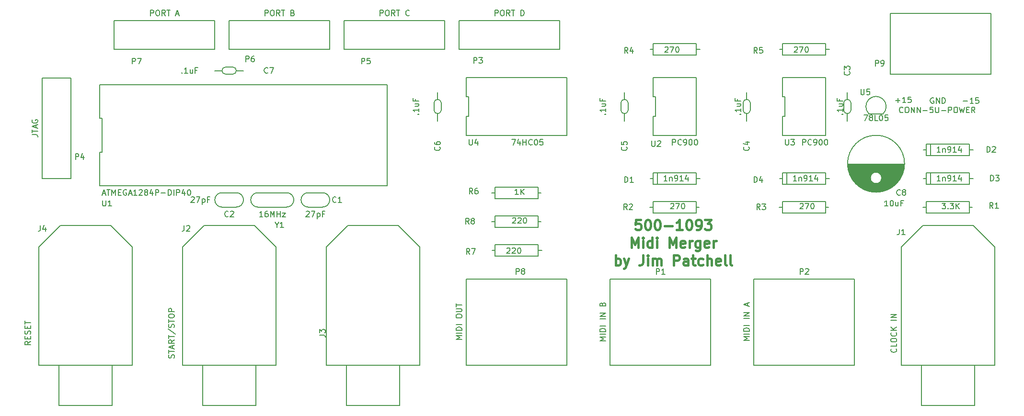
<source format=gto>
G04 #@! TF.FileFunction,Legend,Top*
%FSLAX46Y46*%
G04 Gerber Fmt 4.6, Leading zero omitted, Abs format (unit mm)*
G04 Created by KiCad (PCBNEW (2016-03-22 BZR 6643, Git db8c72c)-product) date 3/23/2016 7:30:48 PM*
%MOMM*%
G01*
G04 APERTURE LIST*
%ADD10C,0.100000*%
%ADD11C,0.444500*%
%ADD12C,0.150000*%
G04 APERTURE END LIST*
D10*
D11*
X181948668Y-91164833D02*
X181102001Y-91164833D01*
X181017335Y-92011500D01*
X181102001Y-91926833D01*
X181271335Y-91842167D01*
X181694668Y-91842167D01*
X181864001Y-91926833D01*
X181948668Y-92011500D01*
X182033335Y-92180833D01*
X182033335Y-92604167D01*
X181948668Y-92773500D01*
X181864001Y-92858167D01*
X181694668Y-92942833D01*
X181271335Y-92942833D01*
X181102001Y-92858167D01*
X181017335Y-92773500D01*
X183134001Y-91164833D02*
X183303334Y-91164833D01*
X183472668Y-91249500D01*
X183557334Y-91334167D01*
X183642001Y-91503500D01*
X183726668Y-91842167D01*
X183726668Y-92265500D01*
X183642001Y-92604167D01*
X183557334Y-92773500D01*
X183472668Y-92858167D01*
X183303334Y-92942833D01*
X183134001Y-92942833D01*
X182964668Y-92858167D01*
X182880001Y-92773500D01*
X182795334Y-92604167D01*
X182710668Y-92265500D01*
X182710668Y-91842167D01*
X182795334Y-91503500D01*
X182880001Y-91334167D01*
X182964668Y-91249500D01*
X183134001Y-91164833D01*
X184827334Y-91164833D02*
X184996667Y-91164833D01*
X185166001Y-91249500D01*
X185250667Y-91334167D01*
X185335334Y-91503500D01*
X185420001Y-91842167D01*
X185420001Y-92265500D01*
X185335334Y-92604167D01*
X185250667Y-92773500D01*
X185166001Y-92858167D01*
X184996667Y-92942833D01*
X184827334Y-92942833D01*
X184658001Y-92858167D01*
X184573334Y-92773500D01*
X184488667Y-92604167D01*
X184404001Y-92265500D01*
X184404001Y-91842167D01*
X184488667Y-91503500D01*
X184573334Y-91334167D01*
X184658001Y-91249500D01*
X184827334Y-91164833D01*
X186182000Y-92265500D02*
X187536667Y-92265500D01*
X189314667Y-92942833D02*
X188298667Y-92942833D01*
X188806667Y-92942833D02*
X188806667Y-91164833D01*
X188637333Y-91418833D01*
X188468000Y-91588167D01*
X188298667Y-91672833D01*
X190415333Y-91164833D02*
X190584666Y-91164833D01*
X190754000Y-91249500D01*
X190838666Y-91334167D01*
X190923333Y-91503500D01*
X191008000Y-91842167D01*
X191008000Y-92265500D01*
X190923333Y-92604167D01*
X190838666Y-92773500D01*
X190754000Y-92858167D01*
X190584666Y-92942833D01*
X190415333Y-92942833D01*
X190246000Y-92858167D01*
X190161333Y-92773500D01*
X190076666Y-92604167D01*
X189992000Y-92265500D01*
X189992000Y-91842167D01*
X190076666Y-91503500D01*
X190161333Y-91334167D01*
X190246000Y-91249500D01*
X190415333Y-91164833D01*
X191854666Y-92942833D02*
X192193333Y-92942833D01*
X192362666Y-92858167D01*
X192447333Y-92773500D01*
X192616666Y-92519500D01*
X192701333Y-92180833D01*
X192701333Y-91503500D01*
X192616666Y-91334167D01*
X192531999Y-91249500D01*
X192362666Y-91164833D01*
X192023999Y-91164833D01*
X191854666Y-91249500D01*
X191769999Y-91334167D01*
X191685333Y-91503500D01*
X191685333Y-91926833D01*
X191769999Y-92096167D01*
X191854666Y-92180833D01*
X192023999Y-92265500D01*
X192362666Y-92265500D01*
X192531999Y-92180833D01*
X192616666Y-92096167D01*
X192701333Y-91926833D01*
X193293999Y-91164833D02*
X194394666Y-91164833D01*
X193801999Y-91842167D01*
X194055999Y-91842167D01*
X194225332Y-91926833D01*
X194309999Y-92011500D01*
X194394666Y-92180833D01*
X194394666Y-92604167D01*
X194309999Y-92773500D01*
X194225332Y-92858167D01*
X194055999Y-92942833D01*
X193547999Y-92942833D01*
X193378666Y-92858167D01*
X193293999Y-92773500D01*
X180339999Y-96054333D02*
X180339999Y-94276333D01*
X180932666Y-95546333D01*
X181525333Y-94276333D01*
X181525333Y-96054333D01*
X182371999Y-96054333D02*
X182371999Y-94869000D01*
X182371999Y-94276333D02*
X182287333Y-94361000D01*
X182371999Y-94445667D01*
X182456666Y-94361000D01*
X182371999Y-94276333D01*
X182371999Y-94445667D01*
X183980666Y-96054333D02*
X183980666Y-94276333D01*
X183980666Y-95969667D02*
X183811333Y-96054333D01*
X183472666Y-96054333D01*
X183303333Y-95969667D01*
X183218666Y-95885000D01*
X183134000Y-95715667D01*
X183134000Y-95207667D01*
X183218666Y-95038333D01*
X183303333Y-94953667D01*
X183472666Y-94869000D01*
X183811333Y-94869000D01*
X183980666Y-94953667D01*
X184827333Y-96054333D02*
X184827333Y-94869000D01*
X184827333Y-94276333D02*
X184742667Y-94361000D01*
X184827333Y-94445667D01*
X184912000Y-94361000D01*
X184827333Y-94276333D01*
X184827333Y-94445667D01*
X187028667Y-96054333D02*
X187028667Y-94276333D01*
X187621334Y-95546333D01*
X188214001Y-94276333D01*
X188214001Y-96054333D01*
X189738001Y-95969667D02*
X189568667Y-96054333D01*
X189230001Y-96054333D01*
X189060667Y-95969667D01*
X188976001Y-95800333D01*
X188976001Y-95123000D01*
X189060667Y-94953667D01*
X189230001Y-94869000D01*
X189568667Y-94869000D01*
X189738001Y-94953667D01*
X189822667Y-95123000D01*
X189822667Y-95292333D01*
X188976001Y-95461667D01*
X190584667Y-96054333D02*
X190584667Y-94869000D01*
X190584667Y-95207667D02*
X190669334Y-95038333D01*
X190754001Y-94953667D01*
X190923334Y-94869000D01*
X191092667Y-94869000D01*
X192447334Y-94869000D02*
X192447334Y-96308333D01*
X192362668Y-96477667D01*
X192278001Y-96562333D01*
X192108668Y-96647000D01*
X191854668Y-96647000D01*
X191685334Y-96562333D01*
X192447334Y-95969667D02*
X192278001Y-96054333D01*
X191939334Y-96054333D01*
X191770001Y-95969667D01*
X191685334Y-95885000D01*
X191600668Y-95715667D01*
X191600668Y-95207667D01*
X191685334Y-95038333D01*
X191770001Y-94953667D01*
X191939334Y-94869000D01*
X192278001Y-94869000D01*
X192447334Y-94953667D01*
X193971335Y-95969667D02*
X193802001Y-96054333D01*
X193463335Y-96054333D01*
X193294001Y-95969667D01*
X193209335Y-95800333D01*
X193209335Y-95123000D01*
X193294001Y-94953667D01*
X193463335Y-94869000D01*
X193802001Y-94869000D01*
X193971335Y-94953667D01*
X194056001Y-95123000D01*
X194056001Y-95292333D01*
X193209335Y-95461667D01*
X194818001Y-96054333D02*
X194818001Y-94869000D01*
X194818001Y-95207667D02*
X194902668Y-95038333D01*
X194987335Y-94953667D01*
X195156668Y-94869000D01*
X195326001Y-94869000D01*
X177545999Y-99165833D02*
X177545999Y-97387833D01*
X177545999Y-98065167D02*
X177715333Y-97980500D01*
X178053999Y-97980500D01*
X178223333Y-98065167D01*
X178307999Y-98149833D01*
X178392666Y-98319167D01*
X178392666Y-98827167D01*
X178307999Y-98996500D01*
X178223333Y-99081167D01*
X178053999Y-99165833D01*
X177715333Y-99165833D01*
X177545999Y-99081167D01*
X178985333Y-97980500D02*
X179408666Y-99165833D01*
X179832000Y-97980500D02*
X179408666Y-99165833D01*
X179239333Y-99589167D01*
X179154666Y-99673833D01*
X178985333Y-99758500D01*
X182372000Y-97387833D02*
X182372000Y-98657833D01*
X182287334Y-98911833D01*
X182118000Y-99081167D01*
X181864000Y-99165833D01*
X181694667Y-99165833D01*
X183218667Y-99165833D02*
X183218667Y-97980500D01*
X183218667Y-97387833D02*
X183134001Y-97472500D01*
X183218667Y-97557167D01*
X183303334Y-97472500D01*
X183218667Y-97387833D01*
X183218667Y-97557167D01*
X184065334Y-99165833D02*
X184065334Y-97980500D01*
X184065334Y-98149833D02*
X184150001Y-98065167D01*
X184319334Y-97980500D01*
X184573334Y-97980500D01*
X184742668Y-98065167D01*
X184827334Y-98234500D01*
X184827334Y-99165833D01*
X184827334Y-98234500D02*
X184912001Y-98065167D01*
X185081334Y-97980500D01*
X185335334Y-97980500D01*
X185504668Y-98065167D01*
X185589334Y-98234500D01*
X185589334Y-99165833D01*
X187790668Y-99165833D02*
X187790668Y-97387833D01*
X188468002Y-97387833D01*
X188637335Y-97472500D01*
X188722002Y-97557167D01*
X188806668Y-97726500D01*
X188806668Y-97980500D01*
X188722002Y-98149833D01*
X188637335Y-98234500D01*
X188468002Y-98319167D01*
X187790668Y-98319167D01*
X190330668Y-99165833D02*
X190330668Y-98234500D01*
X190246002Y-98065167D01*
X190076668Y-97980500D01*
X189738002Y-97980500D01*
X189568668Y-98065167D01*
X190330668Y-99081167D02*
X190161335Y-99165833D01*
X189738002Y-99165833D01*
X189568668Y-99081167D01*
X189484002Y-98911833D01*
X189484002Y-98742500D01*
X189568668Y-98573167D01*
X189738002Y-98488500D01*
X190161335Y-98488500D01*
X190330668Y-98403833D01*
X190923335Y-97980500D02*
X191600669Y-97980500D01*
X191177335Y-97387833D02*
X191177335Y-98911833D01*
X191262002Y-99081167D01*
X191431335Y-99165833D01*
X191600669Y-99165833D01*
X192955335Y-99081167D02*
X192786002Y-99165833D01*
X192447335Y-99165833D01*
X192278002Y-99081167D01*
X192193335Y-98996500D01*
X192108669Y-98827167D01*
X192108669Y-98319167D01*
X192193335Y-98149833D01*
X192278002Y-98065167D01*
X192447335Y-97980500D01*
X192786002Y-97980500D01*
X192955335Y-98065167D01*
X193717335Y-99165833D02*
X193717335Y-97387833D01*
X194479335Y-99165833D02*
X194479335Y-98234500D01*
X194394669Y-98065167D01*
X194225335Y-97980500D01*
X193971335Y-97980500D01*
X193802002Y-98065167D01*
X193717335Y-98149833D01*
X196003336Y-99081167D02*
X195834002Y-99165833D01*
X195495336Y-99165833D01*
X195326002Y-99081167D01*
X195241336Y-98911833D01*
X195241336Y-98234500D01*
X195326002Y-98065167D01*
X195495336Y-97980500D01*
X195834002Y-97980500D01*
X196003336Y-98065167D01*
X196088002Y-98234500D01*
X196088002Y-98403833D01*
X195241336Y-98573167D01*
X197104002Y-99165833D02*
X196934669Y-99081167D01*
X196850002Y-98911833D01*
X196850002Y-97387833D01*
X198035335Y-99165833D02*
X197866002Y-99081167D01*
X197781335Y-98911833D01*
X197781335Y-97387833D01*
D12*
X194310000Y-116840000D02*
X176530000Y-116840000D01*
X176530000Y-116840000D02*
X176530000Y-101600000D01*
X176530000Y-101600000D02*
X194310000Y-101600000D01*
X194310000Y-101600000D02*
X194310000Y-116840000D01*
X219710000Y-116840000D02*
X201930000Y-116840000D01*
X201930000Y-116840000D02*
X201930000Y-101600000D01*
X201930000Y-101600000D02*
X219710000Y-101600000D01*
X219710000Y-101600000D02*
X219710000Y-116840000D01*
X168910000Y-116840000D02*
X151130000Y-116840000D01*
X151130000Y-116840000D02*
X151130000Y-101600000D01*
X151130000Y-101600000D02*
X168910000Y-101600000D01*
X168910000Y-101600000D02*
X168910000Y-116840000D01*
X240030000Y-89916000D02*
X240030000Y-87884000D01*
X232410000Y-89916000D02*
X232410000Y-87884000D01*
X240030000Y-88900000D02*
X240538000Y-88900000D01*
X231775000Y-88900000D02*
X232410000Y-88900000D01*
X240030000Y-87884000D02*
X232410000Y-87884000D01*
X232410000Y-89916000D02*
X240030000Y-89916000D01*
X191770000Y-89916000D02*
X191770000Y-87884000D01*
X184150000Y-89916000D02*
X184150000Y-87884000D01*
X191770000Y-88900000D02*
X192278000Y-88900000D01*
X183515000Y-88900000D02*
X184150000Y-88900000D01*
X191770000Y-87884000D02*
X184150000Y-87884000D01*
X184150000Y-89916000D02*
X191770000Y-89916000D01*
X214630000Y-89916000D02*
X214630000Y-87884000D01*
X207010000Y-89916000D02*
X207010000Y-87884000D01*
X214630000Y-88900000D02*
X215138000Y-88900000D01*
X206375000Y-88900000D02*
X207010000Y-88900000D01*
X214630000Y-87884000D02*
X207010000Y-87884000D01*
X207010000Y-89916000D02*
X214630000Y-89916000D01*
X184150000Y-59944000D02*
X184150000Y-61976000D01*
X191770000Y-59944000D02*
X191770000Y-61976000D01*
X184150000Y-60960000D02*
X183642000Y-60960000D01*
X192405000Y-60960000D02*
X191770000Y-60960000D01*
X184150000Y-61976000D02*
X191770000Y-61976000D01*
X191770000Y-59944000D02*
X184150000Y-59944000D01*
X207010000Y-59944000D02*
X207010000Y-61976000D01*
X214630000Y-59944000D02*
X214630000Y-61976000D01*
X207010000Y-60960000D02*
X206502000Y-60960000D01*
X215265000Y-60960000D02*
X214630000Y-60960000D01*
X207010000Y-61976000D02*
X214630000Y-61976000D01*
X214630000Y-59944000D02*
X207010000Y-59944000D01*
X163830000Y-87376000D02*
X163830000Y-85344000D01*
X156210000Y-87376000D02*
X156210000Y-85344000D01*
X163830000Y-86360000D02*
X164338000Y-86360000D01*
X155575000Y-86360000D02*
X156210000Y-86360000D01*
X163830000Y-85344000D02*
X156210000Y-85344000D01*
X156210000Y-87376000D02*
X163830000Y-87376000D01*
X156210000Y-95504000D02*
X156210000Y-97536000D01*
X163830000Y-95504000D02*
X163830000Y-97536000D01*
X156210000Y-96520000D02*
X155702000Y-96520000D01*
X164465000Y-96520000D02*
X163830000Y-96520000D01*
X156210000Y-97536000D02*
X163830000Y-97536000D01*
X163830000Y-95504000D02*
X156210000Y-95504000D01*
X163830000Y-92456000D02*
X163830000Y-90424000D01*
X156210000Y-92456000D02*
X156210000Y-90424000D01*
X163830000Y-91440000D02*
X164338000Y-91440000D01*
X155575000Y-91440000D02*
X156210000Y-91440000D01*
X163830000Y-90424000D02*
X156210000Y-90424000D01*
X156210000Y-92456000D02*
X163830000Y-92456000D01*
X86342600Y-85107399D02*
X137177400Y-85107400D01*
X137177400Y-85107400D02*
X137177400Y-67292601D01*
X137177400Y-67292601D02*
X86342600Y-67292600D01*
X86342600Y-67292600D02*
X86342600Y-73230867D01*
X86342600Y-73230867D02*
X86792600Y-73230867D01*
X86792600Y-73230867D02*
X86792600Y-79169133D01*
X86792600Y-79169133D02*
X86342600Y-79169133D01*
X86342600Y-79169133D02*
X86342600Y-85107399D01*
X184132600Y-76217400D02*
X191787399Y-76217400D01*
X191787399Y-76217400D02*
X191787400Y-66022600D01*
X191787400Y-66022600D02*
X184132601Y-66022600D01*
X184132601Y-66022600D02*
X184132600Y-69420867D01*
X184132600Y-69420867D02*
X184582600Y-69420867D01*
X184582600Y-69420867D02*
X184582600Y-72819133D01*
X184582600Y-72819133D02*
X184132600Y-72819133D01*
X184132600Y-72819133D02*
X184132600Y-76217400D01*
X206992600Y-76217400D02*
X214647399Y-76217400D01*
X214647399Y-76217400D02*
X214647400Y-66022600D01*
X214647400Y-66022600D02*
X206992601Y-66022600D01*
X206992601Y-66022600D02*
X206992600Y-69420867D01*
X206992600Y-69420867D02*
X207442600Y-69420867D01*
X207442600Y-69420867D02*
X207442600Y-72819133D01*
X207442600Y-72819133D02*
X206992600Y-72819133D01*
X206992600Y-72819133D02*
X206992600Y-76217400D01*
X151112600Y-76217399D02*
X168927400Y-76217400D01*
X168927400Y-76217400D02*
X168927400Y-66022601D01*
X168927400Y-66022601D02*
X151112600Y-66022600D01*
X151112600Y-66022600D02*
X151112600Y-69420867D01*
X151112600Y-69420867D02*
X151562600Y-69420867D01*
X151562600Y-69420867D02*
X151562600Y-72819133D01*
X151562600Y-72819133D02*
X151112600Y-72819133D01*
X151112600Y-72819133D02*
X151112600Y-76217399D01*
X184912000Y-84836000D02*
X184912000Y-82804000D01*
X184150000Y-82804000D02*
X184150000Y-84836000D01*
X191770000Y-82804000D02*
X191770000Y-84836000D01*
X184150000Y-83820000D02*
X183642000Y-83820000D01*
X192405000Y-83820000D02*
X191770000Y-83820000D01*
X184150000Y-84836000D02*
X191770000Y-84836000D01*
X191770000Y-82804000D02*
X184150000Y-82804000D01*
X233172000Y-79756000D02*
X233172000Y-77724000D01*
X232410000Y-77724000D02*
X232410000Y-79756000D01*
X240030000Y-77724000D02*
X240030000Y-79756000D01*
X232410000Y-78740000D02*
X231902000Y-78740000D01*
X240665000Y-78740000D02*
X240030000Y-78740000D01*
X232410000Y-79756000D02*
X240030000Y-79756000D01*
X240030000Y-77724000D02*
X232410000Y-77724000D01*
X233172000Y-84836000D02*
X233172000Y-82804000D01*
X232410000Y-82804000D02*
X232410000Y-84836000D01*
X240030000Y-82804000D02*
X240030000Y-84836000D01*
X232410000Y-83820000D02*
X231902000Y-83820000D01*
X240665000Y-83820000D02*
X240030000Y-83820000D01*
X232410000Y-84836000D02*
X240030000Y-84836000D01*
X240030000Y-82804000D02*
X232410000Y-82804000D01*
X207772000Y-84836000D02*
X207772000Y-82804000D01*
X207010000Y-82804000D02*
X207010000Y-84836000D01*
X214630000Y-82804000D02*
X214630000Y-84836000D01*
X207010000Y-83820000D02*
X206502000Y-83820000D01*
X215265000Y-83820000D02*
X214630000Y-83820000D01*
X207010000Y-84836000D02*
X214630000Y-84836000D01*
X214630000Y-82804000D02*
X207010000Y-82804000D01*
X240919000Y-116840000D02*
X240919000Y-124028200D01*
X240919000Y-124028200D02*
X231521000Y-124028200D01*
X231521000Y-124028200D02*
X231521000Y-116840000D01*
X231775000Y-92151200D02*
X240665000Y-92151200D01*
X240665000Y-92151200D02*
X244475000Y-95961200D01*
X244475000Y-95961200D02*
X244475000Y-116840000D01*
X244475000Y-116840000D02*
X227965000Y-116840000D01*
X227965000Y-116840000D02*
X227965000Y-95961200D01*
X227965000Y-95961200D02*
X231775000Y-92151200D01*
X113919000Y-116840000D02*
X113919000Y-124028200D01*
X113919000Y-124028200D02*
X104521000Y-124028200D01*
X104521000Y-124028200D02*
X104521000Y-116840000D01*
X104775000Y-92151200D02*
X113665000Y-92151200D01*
X113665000Y-92151200D02*
X117475000Y-95961200D01*
X117475000Y-95961200D02*
X117475000Y-116840000D01*
X117475000Y-116840000D02*
X100965000Y-116840000D01*
X100965000Y-116840000D02*
X100965000Y-95961200D01*
X100965000Y-95961200D02*
X104775000Y-92151200D01*
X139319000Y-116840000D02*
X139319000Y-124028200D01*
X139319000Y-124028200D02*
X129921000Y-124028200D01*
X129921000Y-124028200D02*
X129921000Y-116840000D01*
X130175000Y-92151200D02*
X139065000Y-92151200D01*
X139065000Y-92151200D02*
X142875000Y-95961200D01*
X142875000Y-95961200D02*
X142875000Y-116840000D01*
X142875000Y-116840000D02*
X126365000Y-116840000D01*
X126365000Y-116840000D02*
X126365000Y-95961200D01*
X126365000Y-95961200D02*
X130175000Y-92151200D01*
X88519000Y-116840000D02*
X88519000Y-124028200D01*
X88519000Y-124028200D02*
X79121000Y-124028200D01*
X79121000Y-124028200D02*
X79121000Y-116840000D01*
X79375000Y-92151200D02*
X88265000Y-92151200D01*
X88265000Y-92151200D02*
X92075000Y-95961200D01*
X92075000Y-95961200D02*
X92075000Y-116840000D01*
X92075000Y-116840000D02*
X75565000Y-116840000D01*
X75565000Y-116840000D02*
X75565000Y-95961200D01*
X75565000Y-95961200D02*
X79375000Y-92151200D01*
X217805000Y-71755000D02*
G75*
G03X218440000Y-72390000I635000J0D01*
G01*
X218440000Y-72390000D02*
G75*
G03X219075000Y-71755000I0J635000D01*
G01*
X218440000Y-69850000D02*
G75*
G03X217805000Y-70485000I0J-635000D01*
G01*
X219075000Y-70485000D02*
G75*
G03X218440000Y-69850000I-635000J0D01*
G01*
X217805000Y-70485000D02*
X217805000Y-71755000D01*
X219075000Y-70485000D02*
X219075000Y-71755000D01*
X218440000Y-73660000D02*
X218440000Y-72390000D01*
X218440000Y-68580000D02*
X218440000Y-69850000D01*
X200025000Y-71755000D02*
G75*
G03X200660000Y-72390000I635000J0D01*
G01*
X200660000Y-72390000D02*
G75*
G03X201295000Y-71755000I0J635000D01*
G01*
X200660000Y-69850000D02*
G75*
G03X200025000Y-70485000I0J-635000D01*
G01*
X201295000Y-70485000D02*
G75*
G03X200660000Y-69850000I-635000J0D01*
G01*
X200025000Y-70485000D02*
X200025000Y-71755000D01*
X201295000Y-70485000D02*
X201295000Y-71755000D01*
X200660000Y-73660000D02*
X200660000Y-72390000D01*
X200660000Y-68580000D02*
X200660000Y-69850000D01*
X178435000Y-71755000D02*
G75*
G03X179070000Y-72390000I635000J0D01*
G01*
X179070000Y-72390000D02*
G75*
G03X179705000Y-71755000I0J635000D01*
G01*
X179070000Y-69850000D02*
G75*
G03X178435000Y-70485000I0J-635000D01*
G01*
X179705000Y-70485000D02*
G75*
G03X179070000Y-69850000I-635000J0D01*
G01*
X178435000Y-70485000D02*
X178435000Y-71755000D01*
X179705000Y-70485000D02*
X179705000Y-71755000D01*
X179070000Y-73660000D02*
X179070000Y-72390000D01*
X179070000Y-68580000D02*
X179070000Y-69850000D01*
X145415000Y-71755000D02*
G75*
G03X146050000Y-72390000I635000J0D01*
G01*
X146050000Y-72390000D02*
G75*
G03X146685000Y-71755000I0J635000D01*
G01*
X146050000Y-69850000D02*
G75*
G03X145415000Y-70485000I0J-635000D01*
G01*
X146685000Y-70485000D02*
G75*
G03X146050000Y-69850000I-635000J0D01*
G01*
X145415000Y-70485000D02*
X145415000Y-71755000D01*
X146685000Y-70485000D02*
X146685000Y-71755000D01*
X146050000Y-73660000D02*
X146050000Y-72390000D01*
X146050000Y-68580000D02*
X146050000Y-69850000D01*
X109855000Y-65405000D02*
G75*
G03X110490000Y-64770000I0J635000D01*
G01*
X110490000Y-64770000D02*
G75*
G03X109855000Y-64135000I-635000J0D01*
G01*
X107950000Y-64770000D02*
G75*
G03X108585000Y-65405000I635000J0D01*
G01*
X108585000Y-64135000D02*
G75*
G03X107950000Y-64770000I0J-635000D01*
G01*
X108585000Y-65405000D02*
X109855000Y-65405000D01*
X108585000Y-64135000D02*
X109855000Y-64135000D01*
X111760000Y-64770000D02*
X110490000Y-64770000D01*
X106680000Y-64770000D02*
X107950000Y-64770000D01*
X228519000Y-81315000D02*
X218521000Y-81315000D01*
X228515000Y-81455000D02*
X218525000Y-81455000D01*
X228507000Y-81595000D02*
X218533000Y-81595000D01*
X228495000Y-81735000D02*
X218545000Y-81735000D01*
X228480000Y-81875000D02*
X218560000Y-81875000D01*
X228460000Y-82015000D02*
X218580000Y-82015000D01*
X228436000Y-82155000D02*
X218604000Y-82155000D01*
X228407000Y-82295000D02*
X218633000Y-82295000D01*
X228375000Y-82435000D02*
X218665000Y-82435000D01*
X228338000Y-82575000D02*
X218702000Y-82575000D01*
X228297000Y-82715000D02*
X218743000Y-82715000D01*
X228252000Y-82855000D02*
X223986000Y-82855000D01*
X223054000Y-82855000D02*
X218788000Y-82855000D01*
X228202000Y-82995000D02*
X224187000Y-82995000D01*
X222853000Y-82995000D02*
X218838000Y-82995000D01*
X228147000Y-83135000D02*
X224316000Y-83135000D01*
X222724000Y-83135000D02*
X218893000Y-83135000D01*
X228087000Y-83275000D02*
X224405000Y-83275000D01*
X222635000Y-83275000D02*
X218953000Y-83275000D01*
X228022000Y-83415000D02*
X224466000Y-83415000D01*
X222574000Y-83415000D02*
X219018000Y-83415000D01*
X227952000Y-83555000D02*
X224503000Y-83555000D01*
X222537000Y-83555000D02*
X219088000Y-83555000D01*
X227876000Y-83695000D02*
X224519000Y-83695000D01*
X222521000Y-83695000D02*
X219164000Y-83695000D01*
X227794000Y-83835000D02*
X224515000Y-83835000D01*
X222525000Y-83835000D02*
X219246000Y-83835000D01*
X227706000Y-83975000D02*
X224492000Y-83975000D01*
X222548000Y-83975000D02*
X219334000Y-83975000D01*
X227611000Y-84115000D02*
X224447000Y-84115000D01*
X222593000Y-84115000D02*
X219429000Y-84115000D01*
X227509000Y-84255000D02*
X224377000Y-84255000D01*
X222663000Y-84255000D02*
X219531000Y-84255000D01*
X227399000Y-84395000D02*
X224276000Y-84395000D01*
X222764000Y-84395000D02*
X219641000Y-84395000D01*
X227281000Y-84535000D02*
X224127000Y-84535000D01*
X222913000Y-84535000D02*
X219759000Y-84535000D01*
X227153000Y-84675000D02*
X223875000Y-84675000D01*
X223165000Y-84675000D02*
X219887000Y-84675000D01*
X227016000Y-84815000D02*
X220024000Y-84815000D01*
X226866000Y-84955000D02*
X220174000Y-84955000D01*
X226704000Y-85095000D02*
X220336000Y-85095000D01*
X226527000Y-85235000D02*
X220513000Y-85235000D01*
X226331000Y-85375000D02*
X220709000Y-85375000D01*
X226113000Y-85515000D02*
X220927000Y-85515000D01*
X225867000Y-85655000D02*
X221173000Y-85655000D01*
X225582000Y-85795000D02*
X221458000Y-85795000D01*
X225240000Y-85935000D02*
X221800000Y-85935000D01*
X224794000Y-86075000D02*
X222246000Y-86075000D01*
X224019000Y-86215000D02*
X223021000Y-86215000D01*
X224520000Y-83740000D02*
G75*
G03X224520000Y-83740000I-1000000J0D01*
G01*
X228557500Y-81240000D02*
G75*
G03X228557500Y-81240000I-5037500J0D01*
G01*
X226060000Y-65405000D02*
X243840000Y-65405000D01*
X243840000Y-65405000D02*
X243840000Y-54610000D01*
X243840000Y-54610000D02*
X226060000Y-54610000D01*
X226060000Y-54610000D02*
X226060000Y-65405000D01*
X125730000Y-88900000D02*
G75*
G03X127000000Y-87630000I0J1270000D01*
G01*
X127000000Y-87630000D02*
G75*
G03X125730000Y-86360000I-1270000J0D01*
G01*
X123190000Y-86360000D02*
G75*
G03X121920000Y-87630000I0J-1270000D01*
G01*
X121920000Y-87630000D02*
G75*
G03X123190000Y-88900000I1270000J0D01*
G01*
X125730000Y-88900000D02*
X123190000Y-88900000D01*
X123190000Y-86360000D02*
X125730000Y-86360000D01*
X107950000Y-86360000D02*
G75*
G03X106680000Y-87630000I0J-1270000D01*
G01*
X106680000Y-87630000D02*
G75*
G03X107950000Y-88900000I1270000J0D01*
G01*
X110490000Y-88900000D02*
G75*
G03X111760000Y-87630000I0J1270000D01*
G01*
X111760000Y-87630000D02*
G75*
G03X110490000Y-86360000I-1270000J0D01*
G01*
X107950000Y-86360000D02*
X110490000Y-86360000D01*
X110490000Y-88900000D02*
X107950000Y-88900000D01*
X120650000Y-87630000D02*
G75*
G03X119380000Y-86360000I-1270000J0D01*
G01*
X119380000Y-88900000D02*
G75*
G03X120650000Y-87630000I0J1270000D01*
G01*
X114300000Y-86360000D02*
G75*
G03X113030000Y-87630000I0J-1270000D01*
G01*
X113030000Y-87630000D02*
G75*
G03X114300000Y-88900000I1270000J0D01*
G01*
X114300000Y-86360000D02*
X119380000Y-86360000D01*
X119380000Y-88900000D02*
X114300000Y-88900000D01*
X222250000Y-69850000D02*
G75*
G03X222250000Y-72390000I1270000J-1270000D01*
G01*
X224790000Y-69850000D02*
G75*
G03X222250000Y-69850000I-1270000J-1270000D01*
G01*
X224790000Y-72390000D02*
G75*
G03X224790000Y-69850000I-1270000J1270000D01*
G01*
X222250000Y-72390000D02*
X224790000Y-72390000D01*
X88900000Y-55880000D02*
X106680000Y-55880000D01*
X88900000Y-60960000D02*
X106680000Y-60960000D01*
X106680000Y-55880000D02*
X106680000Y-60960000D01*
X88900000Y-60960000D02*
X88900000Y-55880000D01*
X109220000Y-55880000D02*
X127000000Y-55880000D01*
X109220000Y-60960000D02*
X127000000Y-60960000D01*
X127000000Y-55880000D02*
X127000000Y-60960000D01*
X109220000Y-60960000D02*
X109220000Y-55880000D01*
X129540000Y-55880000D02*
X147320000Y-55880000D01*
X129540000Y-60960000D02*
X147320000Y-60960000D01*
X147320000Y-55880000D02*
X147320000Y-60960000D01*
X129540000Y-60960000D02*
X129540000Y-55880000D01*
X149860000Y-55880000D02*
X167640000Y-55880000D01*
X149860000Y-60960000D02*
X167640000Y-60960000D01*
X167640000Y-55880000D02*
X167640000Y-60960000D01*
X149860000Y-60960000D02*
X149860000Y-55880000D01*
X76200000Y-83820000D02*
X76200000Y-66040000D01*
X81280000Y-83820000D02*
X81280000Y-66040000D01*
X76200000Y-66040000D02*
X81280000Y-66040000D01*
X81280000Y-83820000D02*
X76200000Y-83820000D01*
X184681905Y-100782381D02*
X184681905Y-99782381D01*
X185062858Y-99782381D01*
X185158096Y-99830000D01*
X185205715Y-99877619D01*
X185253334Y-99972857D01*
X185253334Y-100115714D01*
X185205715Y-100210952D01*
X185158096Y-100258571D01*
X185062858Y-100306190D01*
X184681905Y-100306190D01*
X186205715Y-100782381D02*
X185634286Y-100782381D01*
X185920000Y-100782381D02*
X185920000Y-99782381D01*
X185824762Y-99925238D01*
X185729524Y-100020476D01*
X185634286Y-100068095D01*
X175712381Y-112553333D02*
X174712381Y-112553333D01*
X175426667Y-112219999D01*
X174712381Y-111886666D01*
X175712381Y-111886666D01*
X175712381Y-111410476D02*
X174712381Y-111410476D01*
X175712381Y-110934286D02*
X174712381Y-110934286D01*
X174712381Y-110696191D01*
X174760000Y-110553333D01*
X174855238Y-110458095D01*
X174950476Y-110410476D01*
X175140952Y-110362857D01*
X175283810Y-110362857D01*
X175474286Y-110410476D01*
X175569524Y-110458095D01*
X175664762Y-110553333D01*
X175712381Y-110696191D01*
X175712381Y-110934286D01*
X175712381Y-109934286D02*
X174712381Y-109934286D01*
X175712381Y-108696191D02*
X174712381Y-108696191D01*
X175712381Y-108220001D02*
X174712381Y-108220001D01*
X175712381Y-107648572D01*
X174712381Y-107648572D01*
X175188571Y-106077143D02*
X175236190Y-105934286D01*
X175283810Y-105886667D01*
X175379048Y-105839048D01*
X175521905Y-105839048D01*
X175617143Y-105886667D01*
X175664762Y-105934286D01*
X175712381Y-106029524D01*
X175712381Y-106410477D01*
X174712381Y-106410477D01*
X174712381Y-106077143D01*
X174760000Y-105981905D01*
X174807619Y-105934286D01*
X174902857Y-105886667D01*
X174998095Y-105886667D01*
X175093333Y-105934286D01*
X175140952Y-105981905D01*
X175188571Y-106077143D01*
X175188571Y-106410477D01*
X210081905Y-100782381D02*
X210081905Y-99782381D01*
X210462858Y-99782381D01*
X210558096Y-99830000D01*
X210605715Y-99877619D01*
X210653334Y-99972857D01*
X210653334Y-100115714D01*
X210605715Y-100210952D01*
X210558096Y-100258571D01*
X210462858Y-100306190D01*
X210081905Y-100306190D01*
X211034286Y-99877619D02*
X211081905Y-99830000D01*
X211177143Y-99782381D01*
X211415239Y-99782381D01*
X211510477Y-99830000D01*
X211558096Y-99877619D01*
X211605715Y-99972857D01*
X211605715Y-100068095D01*
X211558096Y-100210952D01*
X210986667Y-100782381D01*
X211605715Y-100782381D01*
X201112381Y-112481904D02*
X200112381Y-112481904D01*
X200826667Y-112148570D01*
X200112381Y-111815237D01*
X201112381Y-111815237D01*
X201112381Y-111339047D02*
X200112381Y-111339047D01*
X201112381Y-110862857D02*
X200112381Y-110862857D01*
X200112381Y-110624762D01*
X200160000Y-110481904D01*
X200255238Y-110386666D01*
X200350476Y-110339047D01*
X200540952Y-110291428D01*
X200683810Y-110291428D01*
X200874286Y-110339047D01*
X200969524Y-110386666D01*
X201064762Y-110481904D01*
X201112381Y-110624762D01*
X201112381Y-110862857D01*
X201112381Y-109862857D02*
X200112381Y-109862857D01*
X201112381Y-108624762D02*
X200112381Y-108624762D01*
X201112381Y-108148572D02*
X200112381Y-108148572D01*
X201112381Y-107577143D01*
X200112381Y-107577143D01*
X200826667Y-106386667D02*
X200826667Y-105910476D01*
X201112381Y-106481905D02*
X200112381Y-106148572D01*
X201112381Y-105815238D01*
X159916905Y-100782381D02*
X159916905Y-99782381D01*
X160297858Y-99782381D01*
X160393096Y-99830000D01*
X160440715Y-99877619D01*
X160488334Y-99972857D01*
X160488334Y-100115714D01*
X160440715Y-100210952D01*
X160393096Y-100258571D01*
X160297858Y-100306190D01*
X159916905Y-100306190D01*
X161059762Y-100210952D02*
X160964524Y-100163333D01*
X160916905Y-100115714D01*
X160869286Y-100020476D01*
X160869286Y-99972857D01*
X160916905Y-99877619D01*
X160964524Y-99830000D01*
X161059762Y-99782381D01*
X161250239Y-99782381D01*
X161345477Y-99830000D01*
X161393096Y-99877619D01*
X161440715Y-99972857D01*
X161440715Y-100020476D01*
X161393096Y-100115714D01*
X161345477Y-100163333D01*
X161250239Y-100210952D01*
X161059762Y-100210952D01*
X160964524Y-100258571D01*
X160916905Y-100306190D01*
X160869286Y-100401429D01*
X160869286Y-100591905D01*
X160916905Y-100687143D01*
X160964524Y-100734762D01*
X161059762Y-100782381D01*
X161250239Y-100782381D01*
X161345477Y-100734762D01*
X161393096Y-100687143D01*
X161440715Y-100591905D01*
X161440715Y-100401429D01*
X161393096Y-100306190D01*
X161345477Y-100258571D01*
X161250239Y-100210952D01*
X150312381Y-112339047D02*
X149312381Y-112339047D01*
X150026667Y-112005713D01*
X149312381Y-111672380D01*
X150312381Y-111672380D01*
X150312381Y-111196190D02*
X149312381Y-111196190D01*
X150312381Y-110720000D02*
X149312381Y-110720000D01*
X149312381Y-110481905D01*
X149360000Y-110339047D01*
X149455238Y-110243809D01*
X149550476Y-110196190D01*
X149740952Y-110148571D01*
X149883810Y-110148571D01*
X150074286Y-110196190D01*
X150169524Y-110243809D01*
X150264762Y-110339047D01*
X150312381Y-110481905D01*
X150312381Y-110720000D01*
X150312381Y-109720000D02*
X149312381Y-109720000D01*
X149312381Y-108291429D02*
X149312381Y-108100952D01*
X149360000Y-108005714D01*
X149455238Y-107910476D01*
X149645714Y-107862857D01*
X149979048Y-107862857D01*
X150169524Y-107910476D01*
X150264762Y-108005714D01*
X150312381Y-108100952D01*
X150312381Y-108291429D01*
X150264762Y-108386667D01*
X150169524Y-108481905D01*
X149979048Y-108529524D01*
X149645714Y-108529524D01*
X149455238Y-108481905D01*
X149360000Y-108386667D01*
X149312381Y-108291429D01*
X149312381Y-107434286D02*
X150121905Y-107434286D01*
X150217143Y-107386667D01*
X150264762Y-107339048D01*
X150312381Y-107243810D01*
X150312381Y-107053333D01*
X150264762Y-106958095D01*
X150217143Y-106910476D01*
X150121905Y-106862857D01*
X149312381Y-106862857D01*
X149312381Y-106529524D02*
X149312381Y-105958095D01*
X150312381Y-106243810D02*
X149312381Y-106243810D01*
X244181334Y-89098381D02*
X243848000Y-88622190D01*
X243609905Y-89098381D02*
X243609905Y-88098381D01*
X243990858Y-88098381D01*
X244086096Y-88146000D01*
X244133715Y-88193619D01*
X244181334Y-88288857D01*
X244181334Y-88431714D01*
X244133715Y-88526952D01*
X244086096Y-88574571D01*
X243990858Y-88622190D01*
X243609905Y-88622190D01*
X245133715Y-89098381D02*
X244562286Y-89098381D01*
X244848000Y-89098381D02*
X244848000Y-88098381D01*
X244752762Y-88241238D01*
X244657524Y-88336476D01*
X244562286Y-88384095D01*
X235180381Y-88225381D02*
X235799429Y-88225381D01*
X235466095Y-88606333D01*
X235608953Y-88606333D01*
X235704191Y-88653952D01*
X235751810Y-88701571D01*
X235799429Y-88796810D01*
X235799429Y-89034905D01*
X235751810Y-89130143D01*
X235704191Y-89177762D01*
X235608953Y-89225381D01*
X235323238Y-89225381D01*
X235228000Y-89177762D01*
X235180381Y-89130143D01*
X236228000Y-89130143D02*
X236275619Y-89177762D01*
X236228000Y-89225381D01*
X236180381Y-89177762D01*
X236228000Y-89130143D01*
X236228000Y-89225381D01*
X236608952Y-88225381D02*
X237228000Y-88225381D01*
X236894666Y-88606333D01*
X237037524Y-88606333D01*
X237132762Y-88653952D01*
X237180381Y-88701571D01*
X237228000Y-88796810D01*
X237228000Y-89034905D01*
X237180381Y-89130143D01*
X237132762Y-89177762D01*
X237037524Y-89225381D01*
X236751809Y-89225381D01*
X236656571Y-89177762D01*
X236608952Y-89130143D01*
X237656571Y-89225381D02*
X237656571Y-88225381D01*
X238228000Y-89225381D02*
X237799428Y-88653952D01*
X238228000Y-88225381D02*
X237656571Y-88796810D01*
X179538334Y-89352381D02*
X179205000Y-88876190D01*
X178966905Y-89352381D02*
X178966905Y-88352381D01*
X179347858Y-88352381D01*
X179443096Y-88400000D01*
X179490715Y-88447619D01*
X179538334Y-88542857D01*
X179538334Y-88685714D01*
X179490715Y-88780952D01*
X179443096Y-88828571D01*
X179347858Y-88876190D01*
X178966905Y-88876190D01*
X179919286Y-88447619D02*
X179966905Y-88400000D01*
X180062143Y-88352381D01*
X180300239Y-88352381D01*
X180395477Y-88400000D01*
X180443096Y-88447619D01*
X180490715Y-88542857D01*
X180490715Y-88638095D01*
X180443096Y-88780952D01*
X179871667Y-89352381D01*
X180490715Y-89352381D01*
X187229905Y-88320619D02*
X187277524Y-88273000D01*
X187372762Y-88225381D01*
X187610858Y-88225381D01*
X187706096Y-88273000D01*
X187753715Y-88320619D01*
X187801334Y-88415857D01*
X187801334Y-88511095D01*
X187753715Y-88653952D01*
X187182286Y-89225381D01*
X187801334Y-89225381D01*
X188134667Y-88225381D02*
X188801334Y-88225381D01*
X188372762Y-89225381D01*
X189372762Y-88225381D02*
X189468001Y-88225381D01*
X189563239Y-88273000D01*
X189610858Y-88320619D01*
X189658477Y-88415857D01*
X189706096Y-88606333D01*
X189706096Y-88844429D01*
X189658477Y-89034905D01*
X189610858Y-89130143D01*
X189563239Y-89177762D01*
X189468001Y-89225381D01*
X189372762Y-89225381D01*
X189277524Y-89177762D01*
X189229905Y-89130143D01*
X189182286Y-89034905D01*
X189134667Y-88844429D01*
X189134667Y-88606333D01*
X189182286Y-88415857D01*
X189229905Y-88320619D01*
X189277524Y-88273000D01*
X189372762Y-88225381D01*
X203033334Y-89352381D02*
X202700000Y-88876190D01*
X202461905Y-89352381D02*
X202461905Y-88352381D01*
X202842858Y-88352381D01*
X202938096Y-88400000D01*
X202985715Y-88447619D01*
X203033334Y-88542857D01*
X203033334Y-88685714D01*
X202985715Y-88780952D01*
X202938096Y-88828571D01*
X202842858Y-88876190D01*
X202461905Y-88876190D01*
X203366667Y-88352381D02*
X203985715Y-88352381D01*
X203652381Y-88733333D01*
X203795239Y-88733333D01*
X203890477Y-88780952D01*
X203938096Y-88828571D01*
X203985715Y-88923810D01*
X203985715Y-89161905D01*
X203938096Y-89257143D01*
X203890477Y-89304762D01*
X203795239Y-89352381D01*
X203509524Y-89352381D01*
X203414286Y-89304762D01*
X203366667Y-89257143D01*
X210089905Y-88320619D02*
X210137524Y-88273000D01*
X210232762Y-88225381D01*
X210470858Y-88225381D01*
X210566096Y-88273000D01*
X210613715Y-88320619D01*
X210661334Y-88415857D01*
X210661334Y-88511095D01*
X210613715Y-88653952D01*
X210042286Y-89225381D01*
X210661334Y-89225381D01*
X210994667Y-88225381D02*
X211661334Y-88225381D01*
X211232762Y-89225381D01*
X212232762Y-88225381D02*
X212328001Y-88225381D01*
X212423239Y-88273000D01*
X212470858Y-88320619D01*
X212518477Y-88415857D01*
X212566096Y-88606333D01*
X212566096Y-88844429D01*
X212518477Y-89034905D01*
X212470858Y-89130143D01*
X212423239Y-89177762D01*
X212328001Y-89225381D01*
X212232762Y-89225381D01*
X212137524Y-89177762D01*
X212089905Y-89130143D01*
X212042286Y-89034905D01*
X211994667Y-88844429D01*
X211994667Y-88606333D01*
X212042286Y-88415857D01*
X212089905Y-88320619D01*
X212137524Y-88273000D01*
X212232762Y-88225381D01*
X179665334Y-61666381D02*
X179332000Y-61190190D01*
X179093905Y-61666381D02*
X179093905Y-60666381D01*
X179474858Y-60666381D01*
X179570096Y-60714000D01*
X179617715Y-60761619D01*
X179665334Y-60856857D01*
X179665334Y-60999714D01*
X179617715Y-61094952D01*
X179570096Y-61142571D01*
X179474858Y-61190190D01*
X179093905Y-61190190D01*
X180522477Y-60999714D02*
X180522477Y-61666381D01*
X180284381Y-60618762D02*
X180046286Y-61333048D01*
X180665334Y-61333048D01*
X186213905Y-60634619D02*
X186261524Y-60587000D01*
X186356762Y-60539381D01*
X186594858Y-60539381D01*
X186690096Y-60587000D01*
X186737715Y-60634619D01*
X186785334Y-60729857D01*
X186785334Y-60825095D01*
X186737715Y-60967952D01*
X186166286Y-61539381D01*
X186785334Y-61539381D01*
X187118667Y-60539381D02*
X187785334Y-60539381D01*
X187356762Y-61539381D01*
X188356762Y-60539381D02*
X188452001Y-60539381D01*
X188547239Y-60587000D01*
X188594858Y-60634619D01*
X188642477Y-60729857D01*
X188690096Y-60920333D01*
X188690096Y-61158429D01*
X188642477Y-61348905D01*
X188594858Y-61444143D01*
X188547239Y-61491762D01*
X188452001Y-61539381D01*
X188356762Y-61539381D01*
X188261524Y-61491762D01*
X188213905Y-61444143D01*
X188166286Y-61348905D01*
X188118667Y-61158429D01*
X188118667Y-60920333D01*
X188166286Y-60729857D01*
X188213905Y-60634619D01*
X188261524Y-60587000D01*
X188356762Y-60539381D01*
X202525334Y-61666381D02*
X202192000Y-61190190D01*
X201953905Y-61666381D02*
X201953905Y-60666381D01*
X202334858Y-60666381D01*
X202430096Y-60714000D01*
X202477715Y-60761619D01*
X202525334Y-60856857D01*
X202525334Y-60999714D01*
X202477715Y-61094952D01*
X202430096Y-61142571D01*
X202334858Y-61190190D01*
X201953905Y-61190190D01*
X203430096Y-60666381D02*
X202953905Y-60666381D01*
X202906286Y-61142571D01*
X202953905Y-61094952D01*
X203049143Y-61047333D01*
X203287239Y-61047333D01*
X203382477Y-61094952D01*
X203430096Y-61142571D01*
X203477715Y-61237810D01*
X203477715Y-61475905D01*
X203430096Y-61571143D01*
X203382477Y-61618762D01*
X203287239Y-61666381D01*
X203049143Y-61666381D01*
X202953905Y-61618762D01*
X202906286Y-61571143D01*
X209073905Y-60634619D02*
X209121524Y-60587000D01*
X209216762Y-60539381D01*
X209454858Y-60539381D01*
X209550096Y-60587000D01*
X209597715Y-60634619D01*
X209645334Y-60729857D01*
X209645334Y-60825095D01*
X209597715Y-60967952D01*
X209026286Y-61539381D01*
X209645334Y-61539381D01*
X209978667Y-60539381D02*
X210645334Y-60539381D01*
X210216762Y-61539381D01*
X211216762Y-60539381D02*
X211312001Y-60539381D01*
X211407239Y-60587000D01*
X211454858Y-60634619D01*
X211502477Y-60729857D01*
X211550096Y-60920333D01*
X211550096Y-61158429D01*
X211502477Y-61348905D01*
X211454858Y-61444143D01*
X211407239Y-61491762D01*
X211312001Y-61539381D01*
X211216762Y-61539381D01*
X211121524Y-61491762D01*
X211073905Y-61444143D01*
X211026286Y-61348905D01*
X210978667Y-61158429D01*
X210978667Y-60920333D01*
X211026286Y-60729857D01*
X211073905Y-60634619D01*
X211121524Y-60587000D01*
X211216762Y-60539381D01*
X152233334Y-86558381D02*
X151900000Y-86082190D01*
X151661905Y-86558381D02*
X151661905Y-85558381D01*
X152042858Y-85558381D01*
X152138096Y-85606000D01*
X152185715Y-85653619D01*
X152233334Y-85748857D01*
X152233334Y-85891714D01*
X152185715Y-85986952D01*
X152138096Y-86034571D01*
X152042858Y-86082190D01*
X151661905Y-86082190D01*
X153090477Y-85558381D02*
X152900000Y-85558381D01*
X152804762Y-85606000D01*
X152757143Y-85653619D01*
X152661905Y-85796476D01*
X152614286Y-85986952D01*
X152614286Y-86367905D01*
X152661905Y-86463143D01*
X152709524Y-86510762D01*
X152804762Y-86558381D01*
X152995239Y-86558381D01*
X153090477Y-86510762D01*
X153138096Y-86463143D01*
X153185715Y-86367905D01*
X153185715Y-86129810D01*
X153138096Y-86034571D01*
X153090477Y-85986952D01*
X152995239Y-85939333D01*
X152804762Y-85939333D01*
X152709524Y-85986952D01*
X152661905Y-86034571D01*
X152614286Y-86129810D01*
X160313715Y-86685381D02*
X159742286Y-86685381D01*
X160028000Y-86685381D02*
X160028000Y-85685381D01*
X159932762Y-85828238D01*
X159837524Y-85923476D01*
X159742286Y-85971095D01*
X160742286Y-86685381D02*
X160742286Y-85685381D01*
X161313715Y-86685381D02*
X160885143Y-86113952D01*
X161313715Y-85685381D02*
X160742286Y-86256810D01*
X151725334Y-97226381D02*
X151392000Y-96750190D01*
X151153905Y-97226381D02*
X151153905Y-96226381D01*
X151534858Y-96226381D01*
X151630096Y-96274000D01*
X151677715Y-96321619D01*
X151725334Y-96416857D01*
X151725334Y-96559714D01*
X151677715Y-96654952D01*
X151630096Y-96702571D01*
X151534858Y-96750190D01*
X151153905Y-96750190D01*
X152058667Y-96226381D02*
X152725334Y-96226381D01*
X152296762Y-97226381D01*
X158273905Y-96194619D02*
X158321524Y-96147000D01*
X158416762Y-96099381D01*
X158654858Y-96099381D01*
X158750096Y-96147000D01*
X158797715Y-96194619D01*
X158845334Y-96289857D01*
X158845334Y-96385095D01*
X158797715Y-96527952D01*
X158226286Y-97099381D01*
X158845334Y-97099381D01*
X159226286Y-96194619D02*
X159273905Y-96147000D01*
X159369143Y-96099381D01*
X159607239Y-96099381D01*
X159702477Y-96147000D01*
X159750096Y-96194619D01*
X159797715Y-96289857D01*
X159797715Y-96385095D01*
X159750096Y-96527952D01*
X159178667Y-97099381D01*
X159797715Y-97099381D01*
X160416762Y-96099381D02*
X160512001Y-96099381D01*
X160607239Y-96147000D01*
X160654858Y-96194619D01*
X160702477Y-96289857D01*
X160750096Y-96480333D01*
X160750096Y-96718429D01*
X160702477Y-96908905D01*
X160654858Y-97004143D01*
X160607239Y-97051762D01*
X160512001Y-97099381D01*
X160416762Y-97099381D01*
X160321524Y-97051762D01*
X160273905Y-97004143D01*
X160226286Y-96908905D01*
X160178667Y-96718429D01*
X160178667Y-96480333D01*
X160226286Y-96289857D01*
X160273905Y-96194619D01*
X160321524Y-96147000D01*
X160416762Y-96099381D01*
X151598334Y-91892381D02*
X151265000Y-91416190D01*
X151026905Y-91892381D02*
X151026905Y-90892381D01*
X151407858Y-90892381D01*
X151503096Y-90940000D01*
X151550715Y-90987619D01*
X151598334Y-91082857D01*
X151598334Y-91225714D01*
X151550715Y-91320952D01*
X151503096Y-91368571D01*
X151407858Y-91416190D01*
X151026905Y-91416190D01*
X152169762Y-91320952D02*
X152074524Y-91273333D01*
X152026905Y-91225714D01*
X151979286Y-91130476D01*
X151979286Y-91082857D01*
X152026905Y-90987619D01*
X152074524Y-90940000D01*
X152169762Y-90892381D01*
X152360239Y-90892381D01*
X152455477Y-90940000D01*
X152503096Y-90987619D01*
X152550715Y-91082857D01*
X152550715Y-91130476D01*
X152503096Y-91225714D01*
X152455477Y-91273333D01*
X152360239Y-91320952D01*
X152169762Y-91320952D01*
X152074524Y-91368571D01*
X152026905Y-91416190D01*
X151979286Y-91511429D01*
X151979286Y-91701905D01*
X152026905Y-91797143D01*
X152074524Y-91844762D01*
X152169762Y-91892381D01*
X152360239Y-91892381D01*
X152455477Y-91844762D01*
X152503096Y-91797143D01*
X152550715Y-91701905D01*
X152550715Y-91511429D01*
X152503096Y-91416190D01*
X152455477Y-91368571D01*
X152360239Y-91320952D01*
X159289905Y-90860619D02*
X159337524Y-90813000D01*
X159432762Y-90765381D01*
X159670858Y-90765381D01*
X159766096Y-90813000D01*
X159813715Y-90860619D01*
X159861334Y-90955857D01*
X159861334Y-91051095D01*
X159813715Y-91193952D01*
X159242286Y-91765381D01*
X159861334Y-91765381D01*
X160242286Y-90860619D02*
X160289905Y-90813000D01*
X160385143Y-90765381D01*
X160623239Y-90765381D01*
X160718477Y-90813000D01*
X160766096Y-90860619D01*
X160813715Y-90955857D01*
X160813715Y-91051095D01*
X160766096Y-91193952D01*
X160194667Y-91765381D01*
X160813715Y-91765381D01*
X161432762Y-90765381D02*
X161528001Y-90765381D01*
X161623239Y-90813000D01*
X161670858Y-90860619D01*
X161718477Y-90955857D01*
X161766096Y-91146333D01*
X161766096Y-91384429D01*
X161718477Y-91574905D01*
X161670858Y-91670143D01*
X161623239Y-91717762D01*
X161528001Y-91765381D01*
X161432762Y-91765381D01*
X161337524Y-91717762D01*
X161289905Y-91670143D01*
X161242286Y-91574905D01*
X161194667Y-91384429D01*
X161194667Y-91146333D01*
X161242286Y-90955857D01*
X161289905Y-90860619D01*
X161337524Y-90813000D01*
X161432762Y-90765381D01*
X86868095Y-87717381D02*
X86868095Y-88526905D01*
X86915714Y-88622143D01*
X86963333Y-88669762D01*
X87058571Y-88717381D01*
X87249048Y-88717381D01*
X87344286Y-88669762D01*
X87391905Y-88622143D01*
X87439524Y-88526905D01*
X87439524Y-87717381D01*
X88439524Y-88717381D02*
X87868095Y-88717381D01*
X88153809Y-88717381D02*
X88153809Y-87717381D01*
X88058571Y-87860238D01*
X87963333Y-87955476D01*
X87868095Y-88003095D01*
X86829286Y-86526667D02*
X87305477Y-86526667D01*
X86734048Y-86812381D02*
X87067381Y-85812381D01*
X87400715Y-86812381D01*
X87591191Y-85812381D02*
X88162620Y-85812381D01*
X87876905Y-86812381D02*
X87876905Y-85812381D01*
X88495953Y-86812381D02*
X88495953Y-85812381D01*
X88829287Y-86526667D01*
X89162620Y-85812381D01*
X89162620Y-86812381D01*
X89638810Y-86288571D02*
X89972144Y-86288571D01*
X90115001Y-86812381D02*
X89638810Y-86812381D01*
X89638810Y-85812381D01*
X90115001Y-85812381D01*
X91067382Y-85860000D02*
X90972144Y-85812381D01*
X90829287Y-85812381D01*
X90686429Y-85860000D01*
X90591191Y-85955238D01*
X90543572Y-86050476D01*
X90495953Y-86240952D01*
X90495953Y-86383810D01*
X90543572Y-86574286D01*
X90591191Y-86669524D01*
X90686429Y-86764762D01*
X90829287Y-86812381D01*
X90924525Y-86812381D01*
X91067382Y-86764762D01*
X91115001Y-86717143D01*
X91115001Y-86383810D01*
X90924525Y-86383810D01*
X91495953Y-86526667D02*
X91972144Y-86526667D01*
X91400715Y-86812381D02*
X91734048Y-85812381D01*
X92067382Y-86812381D01*
X92924525Y-86812381D02*
X92353096Y-86812381D01*
X92638810Y-86812381D02*
X92638810Y-85812381D01*
X92543572Y-85955238D01*
X92448334Y-86050476D01*
X92353096Y-86098095D01*
X93305477Y-85907619D02*
X93353096Y-85860000D01*
X93448334Y-85812381D01*
X93686430Y-85812381D01*
X93781668Y-85860000D01*
X93829287Y-85907619D01*
X93876906Y-86002857D01*
X93876906Y-86098095D01*
X93829287Y-86240952D01*
X93257858Y-86812381D01*
X93876906Y-86812381D01*
X94448334Y-86240952D02*
X94353096Y-86193333D01*
X94305477Y-86145714D01*
X94257858Y-86050476D01*
X94257858Y-86002857D01*
X94305477Y-85907619D01*
X94353096Y-85860000D01*
X94448334Y-85812381D01*
X94638811Y-85812381D01*
X94734049Y-85860000D01*
X94781668Y-85907619D01*
X94829287Y-86002857D01*
X94829287Y-86050476D01*
X94781668Y-86145714D01*
X94734049Y-86193333D01*
X94638811Y-86240952D01*
X94448334Y-86240952D01*
X94353096Y-86288571D01*
X94305477Y-86336190D01*
X94257858Y-86431429D01*
X94257858Y-86621905D01*
X94305477Y-86717143D01*
X94353096Y-86764762D01*
X94448334Y-86812381D01*
X94638811Y-86812381D01*
X94734049Y-86764762D01*
X94781668Y-86717143D01*
X94829287Y-86621905D01*
X94829287Y-86431429D01*
X94781668Y-86336190D01*
X94734049Y-86288571D01*
X94638811Y-86240952D01*
X95686430Y-86145714D02*
X95686430Y-86812381D01*
X95448334Y-85764762D02*
X95210239Y-86479048D01*
X95829287Y-86479048D01*
X96210239Y-86812381D02*
X96210239Y-85812381D01*
X96591192Y-85812381D01*
X96686430Y-85860000D01*
X96734049Y-85907619D01*
X96781668Y-86002857D01*
X96781668Y-86145714D01*
X96734049Y-86240952D01*
X96686430Y-86288571D01*
X96591192Y-86336190D01*
X96210239Y-86336190D01*
X97210239Y-86431429D02*
X97972144Y-86431429D01*
X98448334Y-86812381D02*
X98448334Y-85812381D01*
X98686429Y-85812381D01*
X98829287Y-85860000D01*
X98924525Y-85955238D01*
X98972144Y-86050476D01*
X99019763Y-86240952D01*
X99019763Y-86383810D01*
X98972144Y-86574286D01*
X98924525Y-86669524D01*
X98829287Y-86764762D01*
X98686429Y-86812381D01*
X98448334Y-86812381D01*
X99448334Y-86812381D02*
X99448334Y-85812381D01*
X99924524Y-86812381D02*
X99924524Y-85812381D01*
X100305477Y-85812381D01*
X100400715Y-85860000D01*
X100448334Y-85907619D01*
X100495953Y-86002857D01*
X100495953Y-86145714D01*
X100448334Y-86240952D01*
X100400715Y-86288571D01*
X100305477Y-86336190D01*
X99924524Y-86336190D01*
X101353096Y-86145714D02*
X101353096Y-86812381D01*
X101115000Y-85764762D02*
X100876905Y-86479048D01*
X101495953Y-86479048D01*
X102067381Y-85812381D02*
X102162620Y-85812381D01*
X102257858Y-85860000D01*
X102305477Y-85907619D01*
X102353096Y-86002857D01*
X102400715Y-86193333D01*
X102400715Y-86431429D01*
X102353096Y-86621905D01*
X102305477Y-86717143D01*
X102257858Y-86764762D01*
X102162620Y-86812381D01*
X102067381Y-86812381D01*
X101972143Y-86764762D01*
X101924524Y-86717143D01*
X101876905Y-86621905D01*
X101829286Y-86431429D01*
X101829286Y-86193333D01*
X101876905Y-86002857D01*
X101924524Y-85907619D01*
X101972143Y-85860000D01*
X102067381Y-85812381D01*
X183896095Y-77176381D02*
X183896095Y-77985905D01*
X183943714Y-78081143D01*
X183991333Y-78128762D01*
X184086571Y-78176381D01*
X184277048Y-78176381D01*
X184372286Y-78128762D01*
X184419905Y-78081143D01*
X184467524Y-77985905D01*
X184467524Y-77176381D01*
X184896095Y-77271619D02*
X184943714Y-77224000D01*
X185038952Y-77176381D01*
X185277048Y-77176381D01*
X185372286Y-77224000D01*
X185419905Y-77271619D01*
X185467524Y-77366857D01*
X185467524Y-77462095D01*
X185419905Y-77604952D01*
X184848476Y-78176381D01*
X185467524Y-78176381D01*
X187547524Y-77922381D02*
X187547524Y-76922381D01*
X187928477Y-76922381D01*
X188023715Y-76970000D01*
X188071334Y-77017619D01*
X188118953Y-77112857D01*
X188118953Y-77255714D01*
X188071334Y-77350952D01*
X188023715Y-77398571D01*
X187928477Y-77446190D01*
X187547524Y-77446190D01*
X189118953Y-77827143D02*
X189071334Y-77874762D01*
X188928477Y-77922381D01*
X188833239Y-77922381D01*
X188690381Y-77874762D01*
X188595143Y-77779524D01*
X188547524Y-77684286D01*
X188499905Y-77493810D01*
X188499905Y-77350952D01*
X188547524Y-77160476D01*
X188595143Y-77065238D01*
X188690381Y-76970000D01*
X188833239Y-76922381D01*
X188928477Y-76922381D01*
X189071334Y-76970000D01*
X189118953Y-77017619D01*
X189595143Y-77922381D02*
X189785619Y-77922381D01*
X189880858Y-77874762D01*
X189928477Y-77827143D01*
X190023715Y-77684286D01*
X190071334Y-77493810D01*
X190071334Y-77112857D01*
X190023715Y-77017619D01*
X189976096Y-76970000D01*
X189880858Y-76922381D01*
X189690381Y-76922381D01*
X189595143Y-76970000D01*
X189547524Y-77017619D01*
X189499905Y-77112857D01*
X189499905Y-77350952D01*
X189547524Y-77446190D01*
X189595143Y-77493810D01*
X189690381Y-77541429D01*
X189880858Y-77541429D01*
X189976096Y-77493810D01*
X190023715Y-77446190D01*
X190071334Y-77350952D01*
X190690381Y-76922381D02*
X190785620Y-76922381D01*
X190880858Y-76970000D01*
X190928477Y-77017619D01*
X190976096Y-77112857D01*
X191023715Y-77303333D01*
X191023715Y-77541429D01*
X190976096Y-77731905D01*
X190928477Y-77827143D01*
X190880858Y-77874762D01*
X190785620Y-77922381D01*
X190690381Y-77922381D01*
X190595143Y-77874762D01*
X190547524Y-77827143D01*
X190499905Y-77731905D01*
X190452286Y-77541429D01*
X190452286Y-77303333D01*
X190499905Y-77112857D01*
X190547524Y-77017619D01*
X190595143Y-76970000D01*
X190690381Y-76922381D01*
X191642762Y-76922381D02*
X191738001Y-76922381D01*
X191833239Y-76970000D01*
X191880858Y-77017619D01*
X191928477Y-77112857D01*
X191976096Y-77303333D01*
X191976096Y-77541429D01*
X191928477Y-77731905D01*
X191880858Y-77827143D01*
X191833239Y-77874762D01*
X191738001Y-77922381D01*
X191642762Y-77922381D01*
X191547524Y-77874762D01*
X191499905Y-77827143D01*
X191452286Y-77731905D01*
X191404667Y-77541429D01*
X191404667Y-77303333D01*
X191452286Y-77112857D01*
X191499905Y-77017619D01*
X191547524Y-76970000D01*
X191642762Y-76922381D01*
X207518095Y-76922381D02*
X207518095Y-77731905D01*
X207565714Y-77827143D01*
X207613333Y-77874762D01*
X207708571Y-77922381D01*
X207899048Y-77922381D01*
X207994286Y-77874762D01*
X208041905Y-77827143D01*
X208089524Y-77731905D01*
X208089524Y-76922381D01*
X208470476Y-76922381D02*
X209089524Y-76922381D01*
X208756190Y-77303333D01*
X208899048Y-77303333D01*
X208994286Y-77350952D01*
X209041905Y-77398571D01*
X209089524Y-77493810D01*
X209089524Y-77731905D01*
X209041905Y-77827143D01*
X208994286Y-77874762D01*
X208899048Y-77922381D01*
X208613333Y-77922381D01*
X208518095Y-77874762D01*
X208470476Y-77827143D01*
X210534524Y-77922381D02*
X210534524Y-76922381D01*
X210915477Y-76922381D01*
X211010715Y-76970000D01*
X211058334Y-77017619D01*
X211105953Y-77112857D01*
X211105953Y-77255714D01*
X211058334Y-77350952D01*
X211010715Y-77398571D01*
X210915477Y-77446190D01*
X210534524Y-77446190D01*
X212105953Y-77827143D02*
X212058334Y-77874762D01*
X211915477Y-77922381D01*
X211820239Y-77922381D01*
X211677381Y-77874762D01*
X211582143Y-77779524D01*
X211534524Y-77684286D01*
X211486905Y-77493810D01*
X211486905Y-77350952D01*
X211534524Y-77160476D01*
X211582143Y-77065238D01*
X211677381Y-76970000D01*
X211820239Y-76922381D01*
X211915477Y-76922381D01*
X212058334Y-76970000D01*
X212105953Y-77017619D01*
X212582143Y-77922381D02*
X212772619Y-77922381D01*
X212867858Y-77874762D01*
X212915477Y-77827143D01*
X213010715Y-77684286D01*
X213058334Y-77493810D01*
X213058334Y-77112857D01*
X213010715Y-77017619D01*
X212963096Y-76970000D01*
X212867858Y-76922381D01*
X212677381Y-76922381D01*
X212582143Y-76970000D01*
X212534524Y-77017619D01*
X212486905Y-77112857D01*
X212486905Y-77350952D01*
X212534524Y-77446190D01*
X212582143Y-77493810D01*
X212677381Y-77541429D01*
X212867858Y-77541429D01*
X212963096Y-77493810D01*
X213010715Y-77446190D01*
X213058334Y-77350952D01*
X213677381Y-76922381D02*
X213772620Y-76922381D01*
X213867858Y-76970000D01*
X213915477Y-77017619D01*
X213963096Y-77112857D01*
X214010715Y-77303333D01*
X214010715Y-77541429D01*
X213963096Y-77731905D01*
X213915477Y-77827143D01*
X213867858Y-77874762D01*
X213772620Y-77922381D01*
X213677381Y-77922381D01*
X213582143Y-77874762D01*
X213534524Y-77827143D01*
X213486905Y-77731905D01*
X213439286Y-77541429D01*
X213439286Y-77303333D01*
X213486905Y-77112857D01*
X213534524Y-77017619D01*
X213582143Y-76970000D01*
X213677381Y-76922381D01*
X214629762Y-76922381D02*
X214725001Y-76922381D01*
X214820239Y-76970000D01*
X214867858Y-77017619D01*
X214915477Y-77112857D01*
X214963096Y-77303333D01*
X214963096Y-77541429D01*
X214915477Y-77731905D01*
X214867858Y-77827143D01*
X214820239Y-77874762D01*
X214725001Y-77922381D01*
X214629762Y-77922381D01*
X214534524Y-77874762D01*
X214486905Y-77827143D01*
X214439286Y-77731905D01*
X214391667Y-77541429D01*
X214391667Y-77303333D01*
X214439286Y-77112857D01*
X214486905Y-77017619D01*
X214534524Y-76970000D01*
X214629762Y-76922381D01*
X151638095Y-76922381D02*
X151638095Y-77731905D01*
X151685714Y-77827143D01*
X151733333Y-77874762D01*
X151828571Y-77922381D01*
X152019048Y-77922381D01*
X152114286Y-77874762D01*
X152161905Y-77827143D01*
X152209524Y-77731905D01*
X152209524Y-76922381D01*
X153114286Y-77255714D02*
X153114286Y-77922381D01*
X152876190Y-76874762D02*
X152638095Y-77589048D01*
X153257143Y-77589048D01*
X159139286Y-76922381D02*
X159805953Y-76922381D01*
X159377381Y-77922381D01*
X160615477Y-77255714D02*
X160615477Y-77922381D01*
X160377381Y-76874762D02*
X160139286Y-77589048D01*
X160758334Y-77589048D01*
X161139286Y-77922381D02*
X161139286Y-76922381D01*
X161139286Y-77398571D02*
X161710715Y-77398571D01*
X161710715Y-77922381D02*
X161710715Y-76922381D01*
X162758334Y-77827143D02*
X162710715Y-77874762D01*
X162567858Y-77922381D01*
X162472620Y-77922381D01*
X162329762Y-77874762D01*
X162234524Y-77779524D01*
X162186905Y-77684286D01*
X162139286Y-77493810D01*
X162139286Y-77350952D01*
X162186905Y-77160476D01*
X162234524Y-77065238D01*
X162329762Y-76970000D01*
X162472620Y-76922381D01*
X162567858Y-76922381D01*
X162710715Y-76970000D01*
X162758334Y-77017619D01*
X163377381Y-76922381D02*
X163472620Y-76922381D01*
X163567858Y-76970000D01*
X163615477Y-77017619D01*
X163663096Y-77112857D01*
X163710715Y-77303333D01*
X163710715Y-77541429D01*
X163663096Y-77731905D01*
X163615477Y-77827143D01*
X163567858Y-77874762D01*
X163472620Y-77922381D01*
X163377381Y-77922381D01*
X163282143Y-77874762D01*
X163234524Y-77827143D01*
X163186905Y-77731905D01*
X163139286Y-77541429D01*
X163139286Y-77303333D01*
X163186905Y-77112857D01*
X163234524Y-77017619D01*
X163282143Y-76970000D01*
X163377381Y-76922381D01*
X164615477Y-76922381D02*
X164139286Y-76922381D01*
X164091667Y-77398571D01*
X164139286Y-77350952D01*
X164234524Y-77303333D01*
X164472620Y-77303333D01*
X164567858Y-77350952D01*
X164615477Y-77398571D01*
X164663096Y-77493810D01*
X164663096Y-77731905D01*
X164615477Y-77827143D01*
X164567858Y-77874762D01*
X164472620Y-77922381D01*
X164234524Y-77922381D01*
X164139286Y-77874762D01*
X164091667Y-77827143D01*
X179093905Y-84526381D02*
X179093905Y-83526381D01*
X179332000Y-83526381D01*
X179474858Y-83574000D01*
X179570096Y-83669238D01*
X179617715Y-83764476D01*
X179665334Y-83954952D01*
X179665334Y-84097810D01*
X179617715Y-84288286D01*
X179570096Y-84383524D01*
X179474858Y-84478762D01*
X179332000Y-84526381D01*
X179093905Y-84526381D01*
X180617715Y-84526381D02*
X180046286Y-84526381D01*
X180332000Y-84526381D02*
X180332000Y-83526381D01*
X180236762Y-83669238D01*
X180141524Y-83764476D01*
X180046286Y-83812095D01*
X186618762Y-84272381D02*
X186047333Y-84272381D01*
X186333047Y-84272381D02*
X186333047Y-83272381D01*
X186237809Y-83415238D01*
X186142571Y-83510476D01*
X186047333Y-83558095D01*
X187047333Y-83605714D02*
X187047333Y-84272381D01*
X187047333Y-83700952D02*
X187094952Y-83653333D01*
X187190190Y-83605714D01*
X187333048Y-83605714D01*
X187428286Y-83653333D01*
X187475905Y-83748571D01*
X187475905Y-84272381D01*
X187999714Y-84272381D02*
X188190190Y-84272381D01*
X188285429Y-84224762D01*
X188333048Y-84177143D01*
X188428286Y-84034286D01*
X188475905Y-83843810D01*
X188475905Y-83462857D01*
X188428286Y-83367619D01*
X188380667Y-83320000D01*
X188285429Y-83272381D01*
X188094952Y-83272381D01*
X187999714Y-83320000D01*
X187952095Y-83367619D01*
X187904476Y-83462857D01*
X187904476Y-83700952D01*
X187952095Y-83796190D01*
X187999714Y-83843810D01*
X188094952Y-83891429D01*
X188285429Y-83891429D01*
X188380667Y-83843810D01*
X188428286Y-83796190D01*
X188475905Y-83700952D01*
X189428286Y-84272381D02*
X188856857Y-84272381D01*
X189142571Y-84272381D02*
X189142571Y-83272381D01*
X189047333Y-83415238D01*
X188952095Y-83510476D01*
X188856857Y-83558095D01*
X190285429Y-83605714D02*
X190285429Y-84272381D01*
X190047333Y-83224762D02*
X189809238Y-83939048D01*
X190428286Y-83939048D01*
X243101905Y-79192381D02*
X243101905Y-78192381D01*
X243340000Y-78192381D01*
X243482858Y-78240000D01*
X243578096Y-78335238D01*
X243625715Y-78430476D01*
X243673334Y-78620952D01*
X243673334Y-78763810D01*
X243625715Y-78954286D01*
X243578096Y-79049524D01*
X243482858Y-79144762D01*
X243340000Y-79192381D01*
X243101905Y-79192381D01*
X244054286Y-78287619D02*
X244101905Y-78240000D01*
X244197143Y-78192381D01*
X244435239Y-78192381D01*
X244530477Y-78240000D01*
X244578096Y-78287619D01*
X244625715Y-78382857D01*
X244625715Y-78478095D01*
X244578096Y-78620952D01*
X244006667Y-79192381D01*
X244625715Y-79192381D01*
X234878762Y-79192381D02*
X234307333Y-79192381D01*
X234593047Y-79192381D02*
X234593047Y-78192381D01*
X234497809Y-78335238D01*
X234402571Y-78430476D01*
X234307333Y-78478095D01*
X235307333Y-78525714D02*
X235307333Y-79192381D01*
X235307333Y-78620952D02*
X235354952Y-78573333D01*
X235450190Y-78525714D01*
X235593048Y-78525714D01*
X235688286Y-78573333D01*
X235735905Y-78668571D01*
X235735905Y-79192381D01*
X236259714Y-79192381D02*
X236450190Y-79192381D01*
X236545429Y-79144762D01*
X236593048Y-79097143D01*
X236688286Y-78954286D01*
X236735905Y-78763810D01*
X236735905Y-78382857D01*
X236688286Y-78287619D01*
X236640667Y-78240000D01*
X236545429Y-78192381D01*
X236354952Y-78192381D01*
X236259714Y-78240000D01*
X236212095Y-78287619D01*
X236164476Y-78382857D01*
X236164476Y-78620952D01*
X236212095Y-78716190D01*
X236259714Y-78763810D01*
X236354952Y-78811429D01*
X236545429Y-78811429D01*
X236640667Y-78763810D01*
X236688286Y-78716190D01*
X236735905Y-78620952D01*
X237688286Y-79192381D02*
X237116857Y-79192381D01*
X237402571Y-79192381D02*
X237402571Y-78192381D01*
X237307333Y-78335238D01*
X237212095Y-78430476D01*
X237116857Y-78478095D01*
X238545429Y-78525714D02*
X238545429Y-79192381D01*
X238307333Y-78144762D02*
X238069238Y-78859048D01*
X238688286Y-78859048D01*
X243736905Y-84272381D02*
X243736905Y-83272381D01*
X243975000Y-83272381D01*
X244117858Y-83320000D01*
X244213096Y-83415238D01*
X244260715Y-83510476D01*
X244308334Y-83700952D01*
X244308334Y-83843810D01*
X244260715Y-84034286D01*
X244213096Y-84129524D01*
X244117858Y-84224762D01*
X243975000Y-84272381D01*
X243736905Y-84272381D01*
X244641667Y-83272381D02*
X245260715Y-83272381D01*
X244927381Y-83653333D01*
X245070239Y-83653333D01*
X245165477Y-83700952D01*
X245213096Y-83748571D01*
X245260715Y-83843810D01*
X245260715Y-84081905D01*
X245213096Y-84177143D01*
X245165477Y-84224762D01*
X245070239Y-84272381D01*
X244784524Y-84272381D01*
X244689286Y-84224762D01*
X244641667Y-84177143D01*
X234878762Y-84272381D02*
X234307333Y-84272381D01*
X234593047Y-84272381D02*
X234593047Y-83272381D01*
X234497809Y-83415238D01*
X234402571Y-83510476D01*
X234307333Y-83558095D01*
X235307333Y-83605714D02*
X235307333Y-84272381D01*
X235307333Y-83700952D02*
X235354952Y-83653333D01*
X235450190Y-83605714D01*
X235593048Y-83605714D01*
X235688286Y-83653333D01*
X235735905Y-83748571D01*
X235735905Y-84272381D01*
X236259714Y-84272381D02*
X236450190Y-84272381D01*
X236545429Y-84224762D01*
X236593048Y-84177143D01*
X236688286Y-84034286D01*
X236735905Y-83843810D01*
X236735905Y-83462857D01*
X236688286Y-83367619D01*
X236640667Y-83320000D01*
X236545429Y-83272381D01*
X236354952Y-83272381D01*
X236259714Y-83320000D01*
X236212095Y-83367619D01*
X236164476Y-83462857D01*
X236164476Y-83700952D01*
X236212095Y-83796190D01*
X236259714Y-83843810D01*
X236354952Y-83891429D01*
X236545429Y-83891429D01*
X236640667Y-83843810D01*
X236688286Y-83796190D01*
X236735905Y-83700952D01*
X237688286Y-84272381D02*
X237116857Y-84272381D01*
X237402571Y-84272381D02*
X237402571Y-83272381D01*
X237307333Y-83415238D01*
X237212095Y-83510476D01*
X237116857Y-83558095D01*
X238545429Y-83605714D02*
X238545429Y-84272381D01*
X238307333Y-83224762D02*
X238069238Y-83939048D01*
X238688286Y-83939048D01*
X201953905Y-84526381D02*
X201953905Y-83526381D01*
X202192000Y-83526381D01*
X202334858Y-83574000D01*
X202430096Y-83669238D01*
X202477715Y-83764476D01*
X202525334Y-83954952D01*
X202525334Y-84097810D01*
X202477715Y-84288286D01*
X202430096Y-84383524D01*
X202334858Y-84478762D01*
X202192000Y-84526381D01*
X201953905Y-84526381D01*
X203382477Y-83859714D02*
X203382477Y-84526381D01*
X203144381Y-83478762D02*
X202906286Y-84193048D01*
X203525334Y-84193048D01*
X209478762Y-84272381D02*
X208907333Y-84272381D01*
X209193047Y-84272381D02*
X209193047Y-83272381D01*
X209097809Y-83415238D01*
X209002571Y-83510476D01*
X208907333Y-83558095D01*
X209907333Y-83605714D02*
X209907333Y-84272381D01*
X209907333Y-83700952D02*
X209954952Y-83653333D01*
X210050190Y-83605714D01*
X210193048Y-83605714D01*
X210288286Y-83653333D01*
X210335905Y-83748571D01*
X210335905Y-84272381D01*
X210859714Y-84272381D02*
X211050190Y-84272381D01*
X211145429Y-84224762D01*
X211193048Y-84177143D01*
X211288286Y-84034286D01*
X211335905Y-83843810D01*
X211335905Y-83462857D01*
X211288286Y-83367619D01*
X211240667Y-83320000D01*
X211145429Y-83272381D01*
X210954952Y-83272381D01*
X210859714Y-83320000D01*
X210812095Y-83367619D01*
X210764476Y-83462857D01*
X210764476Y-83700952D01*
X210812095Y-83796190D01*
X210859714Y-83843810D01*
X210954952Y-83891429D01*
X211145429Y-83891429D01*
X211240667Y-83843810D01*
X211288286Y-83796190D01*
X211335905Y-83700952D01*
X212288286Y-84272381D02*
X211716857Y-84272381D01*
X212002571Y-84272381D02*
X212002571Y-83272381D01*
X211907333Y-83415238D01*
X211812095Y-83510476D01*
X211716857Y-83558095D01*
X213145429Y-83605714D02*
X213145429Y-84272381D01*
X212907333Y-83224762D02*
X212669238Y-83939048D01*
X213288286Y-83939048D01*
X227631667Y-92797381D02*
X227631667Y-93511667D01*
X227584047Y-93654524D01*
X227488809Y-93749762D01*
X227345952Y-93797381D01*
X227250714Y-93797381D01*
X228631667Y-93797381D02*
X228060238Y-93797381D01*
X228345952Y-93797381D02*
X228345952Y-92797381D01*
X228250714Y-92940238D01*
X228155476Y-93035476D01*
X228060238Y-93083095D01*
X227052143Y-113963104D02*
X227099762Y-114010723D01*
X227147381Y-114153580D01*
X227147381Y-114248818D01*
X227099762Y-114391676D01*
X227004524Y-114486914D01*
X226909286Y-114534533D01*
X226718810Y-114582152D01*
X226575952Y-114582152D01*
X226385476Y-114534533D01*
X226290238Y-114486914D01*
X226195000Y-114391676D01*
X226147381Y-114248818D01*
X226147381Y-114153580D01*
X226195000Y-114010723D01*
X226242619Y-113963104D01*
X227147381Y-113058342D02*
X227147381Y-113534533D01*
X226147381Y-113534533D01*
X226147381Y-112534533D02*
X226147381Y-112344056D01*
X226195000Y-112248818D01*
X226290238Y-112153580D01*
X226480714Y-112105961D01*
X226814048Y-112105961D01*
X227004524Y-112153580D01*
X227099762Y-112248818D01*
X227147381Y-112344056D01*
X227147381Y-112534533D01*
X227099762Y-112629771D01*
X227004524Y-112725009D01*
X226814048Y-112772628D01*
X226480714Y-112772628D01*
X226290238Y-112725009D01*
X226195000Y-112629771D01*
X226147381Y-112534533D01*
X227052143Y-111105961D02*
X227099762Y-111153580D01*
X227147381Y-111296437D01*
X227147381Y-111391675D01*
X227099762Y-111534533D01*
X227004524Y-111629771D01*
X226909286Y-111677390D01*
X226718810Y-111725009D01*
X226575952Y-111725009D01*
X226385476Y-111677390D01*
X226290238Y-111629771D01*
X226195000Y-111534533D01*
X226147381Y-111391675D01*
X226147381Y-111296437D01*
X226195000Y-111153580D01*
X226242619Y-111105961D01*
X227147381Y-110677390D02*
X226147381Y-110677390D01*
X227147381Y-110105961D02*
X226575952Y-110534533D01*
X226147381Y-110105961D02*
X226718810Y-110677390D01*
X227147381Y-108915485D02*
X226147381Y-108915485D01*
X227147381Y-108439295D02*
X226147381Y-108439295D01*
X227147381Y-107867866D01*
X226147381Y-107867866D01*
X101266667Y-92162381D02*
X101266667Y-92876667D01*
X101219047Y-93019524D01*
X101123809Y-93114762D01*
X100980952Y-93162381D01*
X100885714Y-93162381D01*
X101695238Y-92257619D02*
X101742857Y-92210000D01*
X101838095Y-92162381D01*
X102076191Y-92162381D01*
X102171429Y-92210000D01*
X102219048Y-92257619D01*
X102266667Y-92352857D01*
X102266667Y-92448095D01*
X102219048Y-92590952D01*
X101647619Y-93162381D01*
X102266667Y-93162381D01*
X99464762Y-115582153D02*
X99512381Y-115439296D01*
X99512381Y-115201200D01*
X99464762Y-115105962D01*
X99417143Y-115058343D01*
X99321905Y-115010724D01*
X99226667Y-115010724D01*
X99131429Y-115058343D01*
X99083810Y-115105962D01*
X99036190Y-115201200D01*
X98988571Y-115391677D01*
X98940952Y-115486915D01*
X98893333Y-115534534D01*
X98798095Y-115582153D01*
X98702857Y-115582153D01*
X98607619Y-115534534D01*
X98560000Y-115486915D01*
X98512381Y-115391677D01*
X98512381Y-115153581D01*
X98560000Y-115010724D01*
X98512381Y-114725010D02*
X98512381Y-114153581D01*
X99512381Y-114439296D02*
X98512381Y-114439296D01*
X99226667Y-113867867D02*
X99226667Y-113391676D01*
X99512381Y-113963105D02*
X98512381Y-113629772D01*
X99512381Y-113296438D01*
X99512381Y-112391676D02*
X99036190Y-112725010D01*
X99512381Y-112963105D02*
X98512381Y-112963105D01*
X98512381Y-112582152D01*
X98560000Y-112486914D01*
X98607619Y-112439295D01*
X98702857Y-112391676D01*
X98845714Y-112391676D01*
X98940952Y-112439295D01*
X98988571Y-112486914D01*
X99036190Y-112582152D01*
X99036190Y-112963105D01*
X98512381Y-112105962D02*
X98512381Y-111534533D01*
X99512381Y-111820248D02*
X98512381Y-111820248D01*
X98464762Y-110486914D02*
X99750476Y-111344057D01*
X99464762Y-110201200D02*
X99512381Y-110058343D01*
X99512381Y-109820247D01*
X99464762Y-109725009D01*
X99417143Y-109677390D01*
X99321905Y-109629771D01*
X99226667Y-109629771D01*
X99131429Y-109677390D01*
X99083810Y-109725009D01*
X99036190Y-109820247D01*
X98988571Y-110010724D01*
X98940952Y-110105962D01*
X98893333Y-110153581D01*
X98798095Y-110201200D01*
X98702857Y-110201200D01*
X98607619Y-110153581D01*
X98560000Y-110105962D01*
X98512381Y-110010724D01*
X98512381Y-109772628D01*
X98560000Y-109629771D01*
X98512381Y-109344057D02*
X98512381Y-108772628D01*
X99512381Y-109058343D02*
X98512381Y-109058343D01*
X98512381Y-108248819D02*
X98512381Y-108058342D01*
X98560000Y-107963104D01*
X98655238Y-107867866D01*
X98845714Y-107820247D01*
X99179048Y-107820247D01*
X99369524Y-107867866D01*
X99464762Y-107963104D01*
X99512381Y-108058342D01*
X99512381Y-108248819D01*
X99464762Y-108344057D01*
X99369524Y-108439295D01*
X99179048Y-108486914D01*
X98845714Y-108486914D01*
X98655238Y-108439295D01*
X98560000Y-108344057D01*
X98512381Y-108248819D01*
X99512381Y-107391676D02*
X98512381Y-107391676D01*
X98512381Y-107010723D01*
X98560000Y-106915485D01*
X98607619Y-106867866D01*
X98702857Y-106820247D01*
X98845714Y-106820247D01*
X98940952Y-106867866D01*
X98988571Y-106915485D01*
X99036190Y-107010723D01*
X99036190Y-107391676D01*
X125182381Y-111534533D02*
X125896667Y-111534533D01*
X126039524Y-111582153D01*
X126134762Y-111677391D01*
X126182381Y-111820248D01*
X126182381Y-111915486D01*
X125182381Y-111153581D02*
X125182381Y-110534533D01*
X125563333Y-110867867D01*
X125563333Y-110725009D01*
X125610952Y-110629771D01*
X125658571Y-110582152D01*
X125753810Y-110534533D01*
X125991905Y-110534533D01*
X126087143Y-110582152D01*
X126134762Y-110629771D01*
X126182381Y-110725009D01*
X126182381Y-111010724D01*
X126134762Y-111105962D01*
X126087143Y-111153581D01*
X75866667Y-92162381D02*
X75866667Y-92876667D01*
X75819047Y-93019524D01*
X75723809Y-93114762D01*
X75580952Y-93162381D01*
X75485714Y-93162381D01*
X76771429Y-92495714D02*
X76771429Y-93162381D01*
X76533333Y-92114762D02*
X76295238Y-92829048D01*
X76914286Y-92829048D01*
X74112381Y-112653581D02*
X73636190Y-112986915D01*
X74112381Y-113225010D02*
X73112381Y-113225010D01*
X73112381Y-112844057D01*
X73160000Y-112748819D01*
X73207619Y-112701200D01*
X73302857Y-112653581D01*
X73445714Y-112653581D01*
X73540952Y-112701200D01*
X73588571Y-112748819D01*
X73636190Y-112844057D01*
X73636190Y-113225010D01*
X73588571Y-112225010D02*
X73588571Y-111891676D01*
X74112381Y-111748819D02*
X74112381Y-112225010D01*
X73112381Y-112225010D01*
X73112381Y-111748819D01*
X74064762Y-111367867D02*
X74112381Y-111225010D01*
X74112381Y-110986914D01*
X74064762Y-110891676D01*
X74017143Y-110844057D01*
X73921905Y-110796438D01*
X73826667Y-110796438D01*
X73731429Y-110844057D01*
X73683810Y-110891676D01*
X73636190Y-110986914D01*
X73588571Y-111177391D01*
X73540952Y-111272629D01*
X73493333Y-111320248D01*
X73398095Y-111367867D01*
X73302857Y-111367867D01*
X73207619Y-111320248D01*
X73160000Y-111272629D01*
X73112381Y-111177391D01*
X73112381Y-110939295D01*
X73160000Y-110796438D01*
X73588571Y-110367867D02*
X73588571Y-110034533D01*
X74112381Y-109891676D02*
X74112381Y-110367867D01*
X73112381Y-110367867D01*
X73112381Y-109891676D01*
X73112381Y-109605962D02*
X73112381Y-109034533D01*
X74112381Y-109320248D02*
X73112381Y-109320248D01*
X218797143Y-64936666D02*
X218844762Y-64984285D01*
X218892381Y-65127142D01*
X218892381Y-65222380D01*
X218844762Y-65365238D01*
X218749524Y-65460476D01*
X218654286Y-65508095D01*
X218463810Y-65555714D01*
X218320952Y-65555714D01*
X218130476Y-65508095D01*
X218035238Y-65460476D01*
X217940000Y-65365238D01*
X217892381Y-65222380D01*
X217892381Y-65127142D01*
X217940000Y-64984285D01*
X217987619Y-64936666D01*
X217892381Y-64603333D02*
X217892381Y-63984285D01*
X218273333Y-64317619D01*
X218273333Y-64174761D01*
X218320952Y-64079523D01*
X218368571Y-64031904D01*
X218463810Y-63984285D01*
X218701905Y-63984285D01*
X218797143Y-64031904D01*
X218844762Y-64079523D01*
X218892381Y-64174761D01*
X218892381Y-64460476D01*
X218844762Y-64555714D01*
X218797143Y-64603333D01*
X217527143Y-72477143D02*
X217574762Y-72429524D01*
X217622381Y-72477143D01*
X217574762Y-72524762D01*
X217527143Y-72477143D01*
X217622381Y-72477143D01*
X217622381Y-71477143D02*
X217622381Y-72048572D01*
X217622381Y-71762858D02*
X216622381Y-71762858D01*
X216765238Y-71858096D01*
X216860476Y-71953334D01*
X216908095Y-72048572D01*
X216955714Y-70620000D02*
X217622381Y-70620000D01*
X216955714Y-71048572D02*
X217479524Y-71048572D01*
X217574762Y-71000953D01*
X217622381Y-70905715D01*
X217622381Y-70762857D01*
X217574762Y-70667619D01*
X217527143Y-70620000D01*
X217098571Y-69810476D02*
X217098571Y-70143810D01*
X217622381Y-70143810D02*
X216622381Y-70143810D01*
X216622381Y-69667619D01*
X201017143Y-78271666D02*
X201064762Y-78319285D01*
X201112381Y-78462142D01*
X201112381Y-78557380D01*
X201064762Y-78700238D01*
X200969524Y-78795476D01*
X200874286Y-78843095D01*
X200683810Y-78890714D01*
X200540952Y-78890714D01*
X200350476Y-78843095D01*
X200255238Y-78795476D01*
X200160000Y-78700238D01*
X200112381Y-78557380D01*
X200112381Y-78462142D01*
X200160000Y-78319285D01*
X200207619Y-78271666D01*
X200445714Y-77414523D02*
X201112381Y-77414523D01*
X200064762Y-77652619D02*
X200779048Y-77890714D01*
X200779048Y-77271666D01*
X199493143Y-72477143D02*
X199540762Y-72429524D01*
X199588381Y-72477143D01*
X199540762Y-72524762D01*
X199493143Y-72477143D01*
X199588381Y-72477143D01*
X199588381Y-71477143D02*
X199588381Y-72048572D01*
X199588381Y-71762858D02*
X198588381Y-71762858D01*
X198731238Y-71858096D01*
X198826476Y-71953334D01*
X198874095Y-72048572D01*
X198921714Y-70620000D02*
X199588381Y-70620000D01*
X198921714Y-71048572D02*
X199445524Y-71048572D01*
X199540762Y-71000953D01*
X199588381Y-70905715D01*
X199588381Y-70762857D01*
X199540762Y-70667619D01*
X199493143Y-70620000D01*
X199064571Y-69810476D02*
X199064571Y-70143810D01*
X199588381Y-70143810D02*
X198588381Y-70143810D01*
X198588381Y-69667619D01*
X179427143Y-78271666D02*
X179474762Y-78319285D01*
X179522381Y-78462142D01*
X179522381Y-78557380D01*
X179474762Y-78700238D01*
X179379524Y-78795476D01*
X179284286Y-78843095D01*
X179093810Y-78890714D01*
X178950952Y-78890714D01*
X178760476Y-78843095D01*
X178665238Y-78795476D01*
X178570000Y-78700238D01*
X178522381Y-78557380D01*
X178522381Y-78462142D01*
X178570000Y-78319285D01*
X178617619Y-78271666D01*
X178522381Y-77366904D02*
X178522381Y-77843095D01*
X178998571Y-77890714D01*
X178950952Y-77843095D01*
X178903333Y-77747857D01*
X178903333Y-77509761D01*
X178950952Y-77414523D01*
X178998571Y-77366904D01*
X179093810Y-77319285D01*
X179331905Y-77319285D01*
X179427143Y-77366904D01*
X179474762Y-77414523D01*
X179522381Y-77509761D01*
X179522381Y-77747857D01*
X179474762Y-77843095D01*
X179427143Y-77890714D01*
X175617143Y-72477143D02*
X175664762Y-72429524D01*
X175712381Y-72477143D01*
X175664762Y-72524762D01*
X175617143Y-72477143D01*
X175712381Y-72477143D01*
X175712381Y-71477143D02*
X175712381Y-72048572D01*
X175712381Y-71762858D02*
X174712381Y-71762858D01*
X174855238Y-71858096D01*
X174950476Y-71953334D01*
X174998095Y-72048572D01*
X175045714Y-70620000D02*
X175712381Y-70620000D01*
X175045714Y-71048572D02*
X175569524Y-71048572D01*
X175664762Y-71000953D01*
X175712381Y-70905715D01*
X175712381Y-70762857D01*
X175664762Y-70667619D01*
X175617143Y-70620000D01*
X175188571Y-69810476D02*
X175188571Y-70143810D01*
X175712381Y-70143810D02*
X174712381Y-70143810D01*
X174712381Y-69667619D01*
X146407143Y-78271666D02*
X146454762Y-78319285D01*
X146502381Y-78462142D01*
X146502381Y-78557380D01*
X146454762Y-78700238D01*
X146359524Y-78795476D01*
X146264286Y-78843095D01*
X146073810Y-78890714D01*
X145930952Y-78890714D01*
X145740476Y-78843095D01*
X145645238Y-78795476D01*
X145550000Y-78700238D01*
X145502381Y-78557380D01*
X145502381Y-78462142D01*
X145550000Y-78319285D01*
X145597619Y-78271666D01*
X145502381Y-77414523D02*
X145502381Y-77605000D01*
X145550000Y-77700238D01*
X145597619Y-77747857D01*
X145740476Y-77843095D01*
X145930952Y-77890714D01*
X146311905Y-77890714D01*
X146407143Y-77843095D01*
X146454762Y-77795476D01*
X146502381Y-77700238D01*
X146502381Y-77509761D01*
X146454762Y-77414523D01*
X146407143Y-77366904D01*
X146311905Y-77319285D01*
X146073810Y-77319285D01*
X145978571Y-77366904D01*
X145930952Y-77414523D01*
X145883333Y-77509761D01*
X145883333Y-77700238D01*
X145930952Y-77795476D01*
X145978571Y-77843095D01*
X146073810Y-77890714D01*
X142597143Y-72477143D02*
X142644762Y-72429524D01*
X142692381Y-72477143D01*
X142644762Y-72524762D01*
X142597143Y-72477143D01*
X142692381Y-72477143D01*
X142692381Y-71477143D02*
X142692381Y-72048572D01*
X142692381Y-71762858D02*
X141692381Y-71762858D01*
X141835238Y-71858096D01*
X141930476Y-71953334D01*
X141978095Y-72048572D01*
X142025714Y-70620000D02*
X142692381Y-70620000D01*
X142025714Y-71048572D02*
X142549524Y-71048572D01*
X142644762Y-71000953D01*
X142692381Y-70905715D01*
X142692381Y-70762857D01*
X142644762Y-70667619D01*
X142597143Y-70620000D01*
X142168571Y-69810476D02*
X142168571Y-70143810D01*
X142692381Y-70143810D02*
X141692381Y-70143810D01*
X141692381Y-69667619D01*
X116038334Y-65127143D02*
X115990715Y-65174762D01*
X115847858Y-65222381D01*
X115752620Y-65222381D01*
X115609762Y-65174762D01*
X115514524Y-65079524D01*
X115466905Y-64984286D01*
X115419286Y-64793810D01*
X115419286Y-64650952D01*
X115466905Y-64460476D01*
X115514524Y-64365238D01*
X115609762Y-64270000D01*
X115752620Y-64222381D01*
X115847858Y-64222381D01*
X115990715Y-64270000D01*
X116038334Y-64317619D01*
X116371667Y-64222381D02*
X117038334Y-64222381D01*
X116609762Y-65222381D01*
X100877857Y-65127143D02*
X100925476Y-65174762D01*
X100877857Y-65222381D01*
X100830238Y-65174762D01*
X100877857Y-65127143D01*
X100877857Y-65222381D01*
X101877857Y-65222381D02*
X101306428Y-65222381D01*
X101592142Y-65222381D02*
X101592142Y-64222381D01*
X101496904Y-64365238D01*
X101401666Y-64460476D01*
X101306428Y-64508095D01*
X102735000Y-64555714D02*
X102735000Y-65222381D01*
X102306428Y-64555714D02*
X102306428Y-65079524D01*
X102354047Y-65174762D01*
X102449285Y-65222381D01*
X102592143Y-65222381D01*
X102687381Y-65174762D01*
X102735000Y-65127143D01*
X103544524Y-64698571D02*
X103211190Y-64698571D01*
X103211190Y-65222381D02*
X103211190Y-64222381D01*
X103687381Y-64222381D01*
X227798334Y-86717143D02*
X227750715Y-86764762D01*
X227607858Y-86812381D01*
X227512620Y-86812381D01*
X227369762Y-86764762D01*
X227274524Y-86669524D01*
X227226905Y-86574286D01*
X227179286Y-86383810D01*
X227179286Y-86240952D01*
X227226905Y-86050476D01*
X227274524Y-85955238D01*
X227369762Y-85860000D01*
X227512620Y-85812381D01*
X227607858Y-85812381D01*
X227750715Y-85860000D01*
X227798334Y-85907619D01*
X228369762Y-86240952D02*
X228274524Y-86193333D01*
X228226905Y-86145714D01*
X228179286Y-86050476D01*
X228179286Y-86002857D01*
X228226905Y-85907619D01*
X228274524Y-85860000D01*
X228369762Y-85812381D01*
X228560239Y-85812381D01*
X228655477Y-85860000D01*
X228703096Y-85907619D01*
X228750715Y-86002857D01*
X228750715Y-86050476D01*
X228703096Y-86145714D01*
X228655477Y-86193333D01*
X228560239Y-86240952D01*
X228369762Y-86240952D01*
X228274524Y-86288571D01*
X228226905Y-86336190D01*
X228179286Y-86431429D01*
X228179286Y-86621905D01*
X228226905Y-86717143D01*
X228274524Y-86764762D01*
X228369762Y-86812381D01*
X228560239Y-86812381D01*
X228655477Y-86764762D01*
X228703096Y-86717143D01*
X228750715Y-86621905D01*
X228750715Y-86431429D01*
X228703096Y-86336190D01*
X228655477Y-86288571D01*
X228560239Y-86240952D01*
X225623572Y-88717381D02*
X225052143Y-88717381D01*
X225337857Y-88717381D02*
X225337857Y-87717381D01*
X225242619Y-87860238D01*
X225147381Y-87955476D01*
X225052143Y-88003095D01*
X226242619Y-87717381D02*
X226337858Y-87717381D01*
X226433096Y-87765000D01*
X226480715Y-87812619D01*
X226528334Y-87907857D01*
X226575953Y-88098333D01*
X226575953Y-88336429D01*
X226528334Y-88526905D01*
X226480715Y-88622143D01*
X226433096Y-88669762D01*
X226337858Y-88717381D01*
X226242619Y-88717381D01*
X226147381Y-88669762D01*
X226099762Y-88622143D01*
X226052143Y-88526905D01*
X226004524Y-88336429D01*
X226004524Y-88098333D01*
X226052143Y-87907857D01*
X226099762Y-87812619D01*
X226147381Y-87765000D01*
X226242619Y-87717381D01*
X227433096Y-88050714D02*
X227433096Y-88717381D01*
X227004524Y-88050714D02*
X227004524Y-88574524D01*
X227052143Y-88669762D01*
X227147381Y-88717381D01*
X227290239Y-88717381D01*
X227385477Y-88669762D01*
X227433096Y-88622143D01*
X228242620Y-88193571D02*
X227909286Y-88193571D01*
X227909286Y-88717381D02*
X227909286Y-87717381D01*
X228385477Y-87717381D01*
X223416905Y-63952381D02*
X223416905Y-62952381D01*
X223797858Y-62952381D01*
X223893096Y-63000000D01*
X223940715Y-63047619D01*
X223988334Y-63142857D01*
X223988334Y-63285714D01*
X223940715Y-63380952D01*
X223893096Y-63428571D01*
X223797858Y-63476190D01*
X223416905Y-63476190D01*
X224464524Y-63952381D02*
X224655000Y-63952381D01*
X224750239Y-63904762D01*
X224797858Y-63857143D01*
X224893096Y-63714286D01*
X224940715Y-63523810D01*
X224940715Y-63142857D01*
X224893096Y-63047619D01*
X224845477Y-63000000D01*
X224750239Y-62952381D01*
X224559762Y-62952381D01*
X224464524Y-63000000D01*
X224416905Y-63047619D01*
X224369286Y-63142857D01*
X224369286Y-63380952D01*
X224416905Y-63476190D01*
X224464524Y-63523810D01*
X224559762Y-63571429D01*
X224750239Y-63571429D01*
X224845477Y-63523810D01*
X224893096Y-63476190D01*
X224940715Y-63380952D01*
X228267382Y-72112143D02*
X228219763Y-72159762D01*
X228076906Y-72207381D01*
X227981668Y-72207381D01*
X227838810Y-72159762D01*
X227743572Y-72064524D01*
X227695953Y-71969286D01*
X227648334Y-71778810D01*
X227648334Y-71635952D01*
X227695953Y-71445476D01*
X227743572Y-71350238D01*
X227838810Y-71255000D01*
X227981668Y-71207381D01*
X228076906Y-71207381D01*
X228219763Y-71255000D01*
X228267382Y-71302619D01*
X228886429Y-71207381D02*
X229076906Y-71207381D01*
X229172144Y-71255000D01*
X229267382Y-71350238D01*
X229315001Y-71540714D01*
X229315001Y-71874048D01*
X229267382Y-72064524D01*
X229172144Y-72159762D01*
X229076906Y-72207381D01*
X228886429Y-72207381D01*
X228791191Y-72159762D01*
X228695953Y-72064524D01*
X228648334Y-71874048D01*
X228648334Y-71540714D01*
X228695953Y-71350238D01*
X228791191Y-71255000D01*
X228886429Y-71207381D01*
X229743572Y-72207381D02*
X229743572Y-71207381D01*
X230315001Y-72207381D01*
X230315001Y-71207381D01*
X230791191Y-72207381D02*
X230791191Y-71207381D01*
X231362620Y-72207381D01*
X231362620Y-71207381D01*
X231838810Y-71826429D02*
X232600715Y-71826429D01*
X233553096Y-71207381D02*
X233076905Y-71207381D01*
X233029286Y-71683571D01*
X233076905Y-71635952D01*
X233172143Y-71588333D01*
X233410239Y-71588333D01*
X233505477Y-71635952D01*
X233553096Y-71683571D01*
X233600715Y-71778810D01*
X233600715Y-72016905D01*
X233553096Y-72112143D01*
X233505477Y-72159762D01*
X233410239Y-72207381D01*
X233172143Y-72207381D01*
X233076905Y-72159762D01*
X233029286Y-72112143D01*
X234029286Y-71207381D02*
X234029286Y-72016905D01*
X234076905Y-72112143D01*
X234124524Y-72159762D01*
X234219762Y-72207381D01*
X234410239Y-72207381D01*
X234505477Y-72159762D01*
X234553096Y-72112143D01*
X234600715Y-72016905D01*
X234600715Y-71207381D01*
X235076905Y-71826429D02*
X235838810Y-71826429D01*
X236315000Y-72207381D02*
X236315000Y-71207381D01*
X236695953Y-71207381D01*
X236791191Y-71255000D01*
X236838810Y-71302619D01*
X236886429Y-71397857D01*
X236886429Y-71540714D01*
X236838810Y-71635952D01*
X236791191Y-71683571D01*
X236695953Y-71731190D01*
X236315000Y-71731190D01*
X237505476Y-71207381D02*
X237695953Y-71207381D01*
X237791191Y-71255000D01*
X237886429Y-71350238D01*
X237934048Y-71540714D01*
X237934048Y-71874048D01*
X237886429Y-72064524D01*
X237791191Y-72159762D01*
X237695953Y-72207381D01*
X237505476Y-72207381D01*
X237410238Y-72159762D01*
X237315000Y-72064524D01*
X237267381Y-71874048D01*
X237267381Y-71540714D01*
X237315000Y-71350238D01*
X237410238Y-71255000D01*
X237505476Y-71207381D01*
X238267381Y-71207381D02*
X238505476Y-72207381D01*
X238695953Y-71493095D01*
X238886429Y-72207381D01*
X239124524Y-71207381D01*
X239505476Y-71683571D02*
X239838810Y-71683571D01*
X239981667Y-72207381D02*
X239505476Y-72207381D01*
X239505476Y-71207381D01*
X239981667Y-71207381D01*
X240981667Y-72207381D02*
X240648333Y-71731190D01*
X240410238Y-72207381D02*
X240410238Y-71207381D01*
X240791191Y-71207381D01*
X240886429Y-71255000D01*
X240934048Y-71302619D01*
X240981667Y-71397857D01*
X240981667Y-71540714D01*
X240934048Y-71635952D01*
X240886429Y-71683571D01*
X240791191Y-71731190D01*
X240410238Y-71731190D01*
X233680096Y-69604000D02*
X233584858Y-69556381D01*
X233442001Y-69556381D01*
X233299143Y-69604000D01*
X233203905Y-69699238D01*
X233156286Y-69794476D01*
X233108667Y-69984952D01*
X233108667Y-70127810D01*
X233156286Y-70318286D01*
X233203905Y-70413524D01*
X233299143Y-70508762D01*
X233442001Y-70556381D01*
X233537239Y-70556381D01*
X233680096Y-70508762D01*
X233727715Y-70461143D01*
X233727715Y-70127810D01*
X233537239Y-70127810D01*
X234156286Y-70556381D02*
X234156286Y-69556381D01*
X234727715Y-70556381D01*
X234727715Y-69556381D01*
X235203905Y-70556381D02*
X235203905Y-69556381D01*
X235442000Y-69556381D01*
X235584858Y-69604000D01*
X235680096Y-69699238D01*
X235727715Y-69794476D01*
X235775334Y-69984952D01*
X235775334Y-70127810D01*
X235727715Y-70318286D01*
X235680096Y-70413524D01*
X235584858Y-70508762D01*
X235442000Y-70556381D01*
X235203905Y-70556381D01*
X238950667Y-70175429D02*
X239712572Y-70175429D01*
X240712572Y-70556381D02*
X240141143Y-70556381D01*
X240426857Y-70556381D02*
X240426857Y-69556381D01*
X240331619Y-69699238D01*
X240236381Y-69794476D01*
X240141143Y-69842095D01*
X241617334Y-69556381D02*
X241141143Y-69556381D01*
X241093524Y-70032571D01*
X241141143Y-69984952D01*
X241236381Y-69937333D01*
X241474477Y-69937333D01*
X241569715Y-69984952D01*
X241617334Y-70032571D01*
X241664953Y-70127810D01*
X241664953Y-70365905D01*
X241617334Y-70461143D01*
X241569715Y-70508762D01*
X241474477Y-70556381D01*
X241236381Y-70556381D01*
X241141143Y-70508762D01*
X241093524Y-70461143D01*
X227012667Y-70048429D02*
X227774572Y-70048429D01*
X227393620Y-70429381D02*
X227393620Y-69667476D01*
X228774572Y-70429381D02*
X228203143Y-70429381D01*
X228488857Y-70429381D02*
X228488857Y-69429381D01*
X228393619Y-69572238D01*
X228298381Y-69667476D01*
X228203143Y-69715095D01*
X229679334Y-69429381D02*
X229203143Y-69429381D01*
X229155524Y-69905571D01*
X229203143Y-69857952D01*
X229298381Y-69810333D01*
X229536477Y-69810333D01*
X229631715Y-69857952D01*
X229679334Y-69905571D01*
X229726953Y-70000810D01*
X229726953Y-70238905D01*
X229679334Y-70334143D01*
X229631715Y-70381762D01*
X229536477Y-70429381D01*
X229298381Y-70429381D01*
X229203143Y-70381762D01*
X229155524Y-70334143D01*
X128103334Y-87987143D02*
X128055715Y-88034762D01*
X127912858Y-88082381D01*
X127817620Y-88082381D01*
X127674762Y-88034762D01*
X127579524Y-87939524D01*
X127531905Y-87844286D01*
X127484286Y-87653810D01*
X127484286Y-87510952D01*
X127531905Y-87320476D01*
X127579524Y-87225238D01*
X127674762Y-87130000D01*
X127817620Y-87082381D01*
X127912858Y-87082381D01*
X128055715Y-87130000D01*
X128103334Y-87177619D01*
X129055715Y-88082381D02*
X128484286Y-88082381D01*
X128770000Y-88082381D02*
X128770000Y-87082381D01*
X128674762Y-87225238D01*
X128579524Y-87320476D01*
X128484286Y-87368095D01*
X122817143Y-89717619D02*
X122864762Y-89670000D01*
X122960000Y-89622381D01*
X123198096Y-89622381D01*
X123293334Y-89670000D01*
X123340953Y-89717619D01*
X123388572Y-89812857D01*
X123388572Y-89908095D01*
X123340953Y-90050952D01*
X122769524Y-90622381D01*
X123388572Y-90622381D01*
X123721905Y-89622381D02*
X124388572Y-89622381D01*
X123960000Y-90622381D01*
X124769524Y-89955714D02*
X124769524Y-90955714D01*
X124769524Y-90003333D02*
X124864762Y-89955714D01*
X125055239Y-89955714D01*
X125150477Y-90003333D01*
X125198096Y-90050952D01*
X125245715Y-90146190D01*
X125245715Y-90431905D01*
X125198096Y-90527143D01*
X125150477Y-90574762D01*
X125055239Y-90622381D01*
X124864762Y-90622381D01*
X124769524Y-90574762D01*
X126007620Y-90098571D02*
X125674286Y-90098571D01*
X125674286Y-90622381D02*
X125674286Y-89622381D01*
X126150477Y-89622381D01*
X109053334Y-90527143D02*
X109005715Y-90574762D01*
X108862858Y-90622381D01*
X108767620Y-90622381D01*
X108624762Y-90574762D01*
X108529524Y-90479524D01*
X108481905Y-90384286D01*
X108434286Y-90193810D01*
X108434286Y-90050952D01*
X108481905Y-89860476D01*
X108529524Y-89765238D01*
X108624762Y-89670000D01*
X108767620Y-89622381D01*
X108862858Y-89622381D01*
X109005715Y-89670000D01*
X109053334Y-89717619D01*
X109434286Y-89717619D02*
X109481905Y-89670000D01*
X109577143Y-89622381D01*
X109815239Y-89622381D01*
X109910477Y-89670000D01*
X109958096Y-89717619D01*
X110005715Y-89812857D01*
X110005715Y-89908095D01*
X109958096Y-90050952D01*
X109386667Y-90622381D01*
X110005715Y-90622381D01*
X102497143Y-87177619D02*
X102544762Y-87130000D01*
X102640000Y-87082381D01*
X102878096Y-87082381D01*
X102973334Y-87130000D01*
X103020953Y-87177619D01*
X103068572Y-87272857D01*
X103068572Y-87368095D01*
X103020953Y-87510952D01*
X102449524Y-88082381D01*
X103068572Y-88082381D01*
X103401905Y-87082381D02*
X104068572Y-87082381D01*
X103640000Y-88082381D01*
X104449524Y-87415714D02*
X104449524Y-88415714D01*
X104449524Y-87463333D02*
X104544762Y-87415714D01*
X104735239Y-87415714D01*
X104830477Y-87463333D01*
X104878096Y-87510952D01*
X104925715Y-87606190D01*
X104925715Y-87891905D01*
X104878096Y-87987143D01*
X104830477Y-88034762D01*
X104735239Y-88082381D01*
X104544762Y-88082381D01*
X104449524Y-88034762D01*
X105687620Y-87558571D02*
X105354286Y-87558571D01*
X105354286Y-88082381D02*
X105354286Y-87082381D01*
X105830477Y-87082381D01*
X117633809Y-92051190D02*
X117633809Y-92527381D01*
X117300476Y-91527381D02*
X117633809Y-92051190D01*
X117967143Y-91527381D01*
X118824286Y-92527381D02*
X118252857Y-92527381D01*
X118538571Y-92527381D02*
X118538571Y-91527381D01*
X118443333Y-91670238D01*
X118348095Y-91765476D01*
X118252857Y-91813095D01*
X115149524Y-90622381D02*
X114578095Y-90622381D01*
X114863809Y-90622381D02*
X114863809Y-89622381D01*
X114768571Y-89765238D01*
X114673333Y-89860476D01*
X114578095Y-89908095D01*
X116006667Y-89622381D02*
X115816190Y-89622381D01*
X115720952Y-89670000D01*
X115673333Y-89717619D01*
X115578095Y-89860476D01*
X115530476Y-90050952D01*
X115530476Y-90431905D01*
X115578095Y-90527143D01*
X115625714Y-90574762D01*
X115720952Y-90622381D01*
X115911429Y-90622381D01*
X116006667Y-90574762D01*
X116054286Y-90527143D01*
X116101905Y-90431905D01*
X116101905Y-90193810D01*
X116054286Y-90098571D01*
X116006667Y-90050952D01*
X115911429Y-90003333D01*
X115720952Y-90003333D01*
X115625714Y-90050952D01*
X115578095Y-90098571D01*
X115530476Y-90193810D01*
X116530476Y-90622381D02*
X116530476Y-89622381D01*
X116863810Y-90336667D01*
X117197143Y-89622381D01*
X117197143Y-90622381D01*
X117673333Y-90622381D02*
X117673333Y-89622381D01*
X117673333Y-90098571D02*
X118244762Y-90098571D01*
X118244762Y-90622381D02*
X118244762Y-89622381D01*
X118625714Y-89955714D02*
X119149524Y-89955714D01*
X118625714Y-90622381D01*
X119149524Y-90622381D01*
X220853095Y-68032381D02*
X220853095Y-68841905D01*
X220900714Y-68937143D01*
X220948333Y-68984762D01*
X221043571Y-69032381D01*
X221234048Y-69032381D01*
X221329286Y-68984762D01*
X221376905Y-68937143D01*
X221424524Y-68841905D01*
X221424524Y-68032381D01*
X222376905Y-68032381D02*
X221900714Y-68032381D01*
X221853095Y-68508571D01*
X221900714Y-68460952D01*
X221995952Y-68413333D01*
X222234048Y-68413333D01*
X222329286Y-68460952D01*
X222376905Y-68508571D01*
X222424524Y-68603810D01*
X222424524Y-68841905D01*
X222376905Y-68937143D01*
X222329286Y-68984762D01*
X222234048Y-69032381D01*
X221995952Y-69032381D01*
X221900714Y-68984762D01*
X221853095Y-68937143D01*
X221353333Y-72612381D02*
X222020000Y-72612381D01*
X221591428Y-73612381D01*
X222543809Y-73040952D02*
X222448571Y-72993333D01*
X222400952Y-72945714D01*
X222353333Y-72850476D01*
X222353333Y-72802857D01*
X222400952Y-72707619D01*
X222448571Y-72660000D01*
X222543809Y-72612381D01*
X222734286Y-72612381D01*
X222829524Y-72660000D01*
X222877143Y-72707619D01*
X222924762Y-72802857D01*
X222924762Y-72850476D01*
X222877143Y-72945714D01*
X222829524Y-72993333D01*
X222734286Y-73040952D01*
X222543809Y-73040952D01*
X222448571Y-73088571D01*
X222400952Y-73136190D01*
X222353333Y-73231429D01*
X222353333Y-73421905D01*
X222400952Y-73517143D01*
X222448571Y-73564762D01*
X222543809Y-73612381D01*
X222734286Y-73612381D01*
X222829524Y-73564762D01*
X222877143Y-73517143D01*
X222924762Y-73421905D01*
X222924762Y-73231429D01*
X222877143Y-73136190D01*
X222829524Y-73088571D01*
X222734286Y-73040952D01*
X223829524Y-73612381D02*
X223353333Y-73612381D01*
X223353333Y-72612381D01*
X224353333Y-72612381D02*
X224448572Y-72612381D01*
X224543810Y-72660000D01*
X224591429Y-72707619D01*
X224639048Y-72802857D01*
X224686667Y-72993333D01*
X224686667Y-73231429D01*
X224639048Y-73421905D01*
X224591429Y-73517143D01*
X224543810Y-73564762D01*
X224448572Y-73612381D01*
X224353333Y-73612381D01*
X224258095Y-73564762D01*
X224210476Y-73517143D01*
X224162857Y-73421905D01*
X224115238Y-73231429D01*
X224115238Y-72993333D01*
X224162857Y-72802857D01*
X224210476Y-72707619D01*
X224258095Y-72660000D01*
X224353333Y-72612381D01*
X225591429Y-72612381D02*
X225115238Y-72612381D01*
X225067619Y-73088571D01*
X225115238Y-73040952D01*
X225210476Y-72993333D01*
X225448572Y-72993333D01*
X225543810Y-73040952D01*
X225591429Y-73088571D01*
X225639048Y-73183810D01*
X225639048Y-73421905D01*
X225591429Y-73517143D01*
X225543810Y-73564762D01*
X225448572Y-73612381D01*
X225210476Y-73612381D01*
X225115238Y-73564762D01*
X225067619Y-73517143D01*
X92098905Y-63571381D02*
X92098905Y-62571381D01*
X92479858Y-62571381D01*
X92575096Y-62619000D01*
X92622715Y-62666619D01*
X92670334Y-62761857D01*
X92670334Y-62904714D01*
X92622715Y-62999952D01*
X92575096Y-63047571D01*
X92479858Y-63095190D01*
X92098905Y-63095190D01*
X93003667Y-62571381D02*
X93670334Y-62571381D01*
X93241762Y-63571381D01*
X95313809Y-55062381D02*
X95313809Y-54062381D01*
X95694762Y-54062381D01*
X95790000Y-54110000D01*
X95837619Y-54157619D01*
X95885238Y-54252857D01*
X95885238Y-54395714D01*
X95837619Y-54490952D01*
X95790000Y-54538571D01*
X95694762Y-54586190D01*
X95313809Y-54586190D01*
X96504285Y-54062381D02*
X96694762Y-54062381D01*
X96790000Y-54110000D01*
X96885238Y-54205238D01*
X96932857Y-54395714D01*
X96932857Y-54729048D01*
X96885238Y-54919524D01*
X96790000Y-55014762D01*
X96694762Y-55062381D01*
X96504285Y-55062381D01*
X96409047Y-55014762D01*
X96313809Y-54919524D01*
X96266190Y-54729048D01*
X96266190Y-54395714D01*
X96313809Y-54205238D01*
X96409047Y-54110000D01*
X96504285Y-54062381D01*
X97932857Y-55062381D02*
X97599523Y-54586190D01*
X97361428Y-55062381D02*
X97361428Y-54062381D01*
X97742381Y-54062381D01*
X97837619Y-54110000D01*
X97885238Y-54157619D01*
X97932857Y-54252857D01*
X97932857Y-54395714D01*
X97885238Y-54490952D01*
X97837619Y-54538571D01*
X97742381Y-54586190D01*
X97361428Y-54586190D01*
X98218571Y-54062381D02*
X98790000Y-54062381D01*
X98504285Y-55062381D02*
X98504285Y-54062381D01*
X99837619Y-54776667D02*
X100313810Y-54776667D01*
X99742381Y-55062381D02*
X100075714Y-54062381D01*
X100409048Y-55062381D01*
X112164905Y-63190381D02*
X112164905Y-62190381D01*
X112545858Y-62190381D01*
X112641096Y-62238000D01*
X112688715Y-62285619D01*
X112736334Y-62380857D01*
X112736334Y-62523714D01*
X112688715Y-62618952D01*
X112641096Y-62666571D01*
X112545858Y-62714190D01*
X112164905Y-62714190D01*
X113593477Y-62190381D02*
X113403000Y-62190381D01*
X113307762Y-62238000D01*
X113260143Y-62285619D01*
X113164905Y-62428476D01*
X113117286Y-62618952D01*
X113117286Y-62999905D01*
X113164905Y-63095143D01*
X113212524Y-63142762D01*
X113307762Y-63190381D01*
X113498239Y-63190381D01*
X113593477Y-63142762D01*
X113641096Y-63095143D01*
X113688715Y-62999905D01*
X113688715Y-62761810D01*
X113641096Y-62666571D01*
X113593477Y-62618952D01*
X113498239Y-62571333D01*
X113307762Y-62571333D01*
X113212524Y-62618952D01*
X113164905Y-62666571D01*
X113117286Y-62761810D01*
X115562381Y-55062381D02*
X115562381Y-54062381D01*
X115943334Y-54062381D01*
X116038572Y-54110000D01*
X116086191Y-54157619D01*
X116133810Y-54252857D01*
X116133810Y-54395714D01*
X116086191Y-54490952D01*
X116038572Y-54538571D01*
X115943334Y-54586190D01*
X115562381Y-54586190D01*
X116752857Y-54062381D02*
X116943334Y-54062381D01*
X117038572Y-54110000D01*
X117133810Y-54205238D01*
X117181429Y-54395714D01*
X117181429Y-54729048D01*
X117133810Y-54919524D01*
X117038572Y-55014762D01*
X116943334Y-55062381D01*
X116752857Y-55062381D01*
X116657619Y-55014762D01*
X116562381Y-54919524D01*
X116514762Y-54729048D01*
X116514762Y-54395714D01*
X116562381Y-54205238D01*
X116657619Y-54110000D01*
X116752857Y-54062381D01*
X118181429Y-55062381D02*
X117848095Y-54586190D01*
X117610000Y-55062381D02*
X117610000Y-54062381D01*
X117990953Y-54062381D01*
X118086191Y-54110000D01*
X118133810Y-54157619D01*
X118181429Y-54252857D01*
X118181429Y-54395714D01*
X118133810Y-54490952D01*
X118086191Y-54538571D01*
X117990953Y-54586190D01*
X117610000Y-54586190D01*
X118467143Y-54062381D02*
X119038572Y-54062381D01*
X118752857Y-55062381D02*
X118752857Y-54062381D01*
X120467144Y-54538571D02*
X120610001Y-54586190D01*
X120657620Y-54633810D01*
X120705239Y-54729048D01*
X120705239Y-54871905D01*
X120657620Y-54967143D01*
X120610001Y-55014762D01*
X120514763Y-55062381D01*
X120133810Y-55062381D01*
X120133810Y-54062381D01*
X120467144Y-54062381D01*
X120562382Y-54110000D01*
X120610001Y-54157619D01*
X120657620Y-54252857D01*
X120657620Y-54348095D01*
X120610001Y-54443333D01*
X120562382Y-54490952D01*
X120467144Y-54538571D01*
X120133810Y-54538571D01*
X132611905Y-63571381D02*
X132611905Y-62571381D01*
X132992858Y-62571381D01*
X133088096Y-62619000D01*
X133135715Y-62666619D01*
X133183334Y-62761857D01*
X133183334Y-62904714D01*
X133135715Y-62999952D01*
X133088096Y-63047571D01*
X132992858Y-63095190D01*
X132611905Y-63095190D01*
X134088096Y-62571381D02*
X133611905Y-62571381D01*
X133564286Y-63047571D01*
X133611905Y-62999952D01*
X133707143Y-62952333D01*
X133945239Y-62952333D01*
X134040477Y-62999952D01*
X134088096Y-63047571D01*
X134135715Y-63142810D01*
X134135715Y-63380905D01*
X134088096Y-63476143D01*
X134040477Y-63523762D01*
X133945239Y-63571381D01*
X133707143Y-63571381D01*
X133611905Y-63523762D01*
X133564286Y-63476143D01*
X135882381Y-55062381D02*
X135882381Y-54062381D01*
X136263334Y-54062381D01*
X136358572Y-54110000D01*
X136406191Y-54157619D01*
X136453810Y-54252857D01*
X136453810Y-54395714D01*
X136406191Y-54490952D01*
X136358572Y-54538571D01*
X136263334Y-54586190D01*
X135882381Y-54586190D01*
X137072857Y-54062381D02*
X137263334Y-54062381D01*
X137358572Y-54110000D01*
X137453810Y-54205238D01*
X137501429Y-54395714D01*
X137501429Y-54729048D01*
X137453810Y-54919524D01*
X137358572Y-55014762D01*
X137263334Y-55062381D01*
X137072857Y-55062381D01*
X136977619Y-55014762D01*
X136882381Y-54919524D01*
X136834762Y-54729048D01*
X136834762Y-54395714D01*
X136882381Y-54205238D01*
X136977619Y-54110000D01*
X137072857Y-54062381D01*
X138501429Y-55062381D02*
X138168095Y-54586190D01*
X137930000Y-55062381D02*
X137930000Y-54062381D01*
X138310953Y-54062381D01*
X138406191Y-54110000D01*
X138453810Y-54157619D01*
X138501429Y-54252857D01*
X138501429Y-54395714D01*
X138453810Y-54490952D01*
X138406191Y-54538571D01*
X138310953Y-54586190D01*
X137930000Y-54586190D01*
X138787143Y-54062381D02*
X139358572Y-54062381D01*
X139072857Y-55062381D02*
X139072857Y-54062381D01*
X141025239Y-54967143D02*
X140977620Y-55014762D01*
X140834763Y-55062381D01*
X140739525Y-55062381D01*
X140596667Y-55014762D01*
X140501429Y-54919524D01*
X140453810Y-54824286D01*
X140406191Y-54633810D01*
X140406191Y-54490952D01*
X140453810Y-54300476D01*
X140501429Y-54205238D01*
X140596667Y-54110000D01*
X140739525Y-54062381D01*
X140834763Y-54062381D01*
X140977620Y-54110000D01*
X141025239Y-54157619D01*
X152423905Y-63444381D02*
X152423905Y-62444381D01*
X152804858Y-62444381D01*
X152900096Y-62492000D01*
X152947715Y-62539619D01*
X152995334Y-62634857D01*
X152995334Y-62777714D01*
X152947715Y-62872952D01*
X152900096Y-62920571D01*
X152804858Y-62968190D01*
X152423905Y-62968190D01*
X153328667Y-62444381D02*
X153947715Y-62444381D01*
X153614381Y-62825333D01*
X153757239Y-62825333D01*
X153852477Y-62872952D01*
X153900096Y-62920571D01*
X153947715Y-63015810D01*
X153947715Y-63253905D01*
X153900096Y-63349143D01*
X153852477Y-63396762D01*
X153757239Y-63444381D01*
X153471524Y-63444381D01*
X153376286Y-63396762D01*
X153328667Y-63349143D01*
X156202381Y-55062381D02*
X156202381Y-54062381D01*
X156583334Y-54062381D01*
X156678572Y-54110000D01*
X156726191Y-54157619D01*
X156773810Y-54252857D01*
X156773810Y-54395714D01*
X156726191Y-54490952D01*
X156678572Y-54538571D01*
X156583334Y-54586190D01*
X156202381Y-54586190D01*
X157392857Y-54062381D02*
X157583334Y-54062381D01*
X157678572Y-54110000D01*
X157773810Y-54205238D01*
X157821429Y-54395714D01*
X157821429Y-54729048D01*
X157773810Y-54919524D01*
X157678572Y-55014762D01*
X157583334Y-55062381D01*
X157392857Y-55062381D01*
X157297619Y-55014762D01*
X157202381Y-54919524D01*
X157154762Y-54729048D01*
X157154762Y-54395714D01*
X157202381Y-54205238D01*
X157297619Y-54110000D01*
X157392857Y-54062381D01*
X158821429Y-55062381D02*
X158488095Y-54586190D01*
X158250000Y-55062381D02*
X158250000Y-54062381D01*
X158630953Y-54062381D01*
X158726191Y-54110000D01*
X158773810Y-54157619D01*
X158821429Y-54252857D01*
X158821429Y-54395714D01*
X158773810Y-54490952D01*
X158726191Y-54538571D01*
X158630953Y-54586190D01*
X158250000Y-54586190D01*
X159107143Y-54062381D02*
X159678572Y-54062381D01*
X159392857Y-55062381D02*
X159392857Y-54062381D01*
X160773810Y-55062381D02*
X160773810Y-54062381D01*
X161011905Y-54062381D01*
X161154763Y-54110000D01*
X161250001Y-54205238D01*
X161297620Y-54300476D01*
X161345239Y-54490952D01*
X161345239Y-54633810D01*
X161297620Y-54824286D01*
X161250001Y-54919524D01*
X161154763Y-55014762D01*
X161011905Y-55062381D01*
X160773810Y-55062381D01*
X82065905Y-80462381D02*
X82065905Y-79462381D01*
X82446858Y-79462381D01*
X82542096Y-79510000D01*
X82589715Y-79557619D01*
X82637334Y-79652857D01*
X82637334Y-79795714D01*
X82589715Y-79890952D01*
X82542096Y-79938571D01*
X82446858Y-79986190D01*
X82065905Y-79986190D01*
X83494477Y-79795714D02*
X83494477Y-80462381D01*
X83256381Y-79414762D02*
X83018286Y-80129048D01*
X83637334Y-80129048D01*
X74382381Y-76096666D02*
X75096667Y-76096666D01*
X75239524Y-76144286D01*
X75334762Y-76239524D01*
X75382381Y-76382381D01*
X75382381Y-76477619D01*
X74382381Y-75763333D02*
X74382381Y-75191904D01*
X75382381Y-75477619D02*
X74382381Y-75477619D01*
X75096667Y-74906190D02*
X75096667Y-74429999D01*
X75382381Y-75001428D02*
X74382381Y-74668095D01*
X75382381Y-74334761D01*
X74430000Y-73477618D02*
X74382381Y-73572856D01*
X74382381Y-73715713D01*
X74430000Y-73858571D01*
X74525238Y-73953809D01*
X74620476Y-74001428D01*
X74810952Y-74049047D01*
X74953810Y-74049047D01*
X75144286Y-74001428D01*
X75239524Y-73953809D01*
X75334762Y-73858571D01*
X75382381Y-73715713D01*
X75382381Y-73620475D01*
X75334762Y-73477618D01*
X75287143Y-73429999D01*
X74953810Y-73429999D01*
X74953810Y-73620475D01*
M02*

</source>
